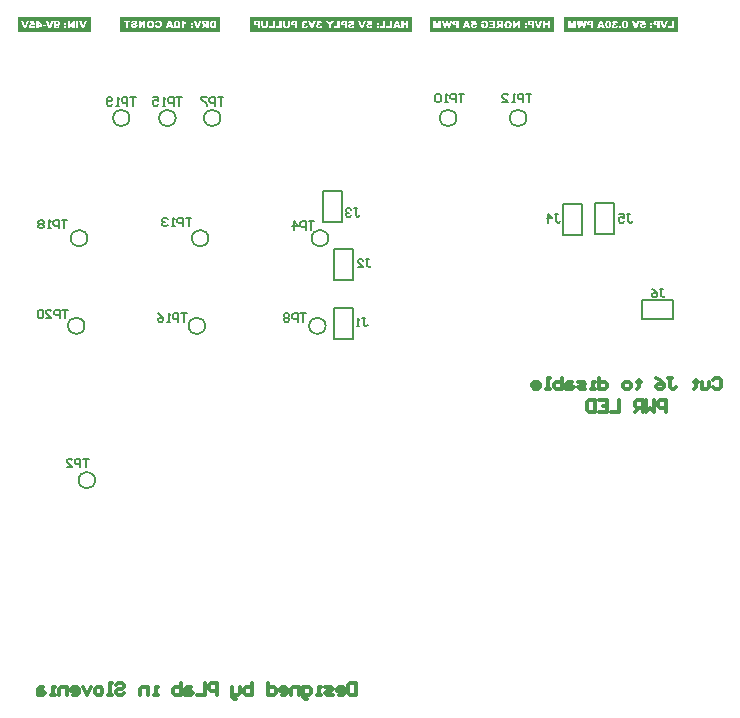
<source format=gbo>
G04*
G04 #@! TF.GenerationSoftware,Altium Limited,Altium Designer,24.1.2 (44)*
G04*
G04 Layer_Color=32896*
%FSLAX44Y44*%
%MOMM*%
G71*
G04*
G04 #@! TF.SameCoordinates,C2358ADC-4AF9-434A-8588-A0F146304F54*
G04*
G04*
G04 #@! TF.FilePolarity,Positive*
G04*
G01*
G75*
%ADD11C,0.2000*%
%ADD15C,0.1500*%
%ADD16C,0.3000*%
%ADD20C,0.1600*%
G36*
X36000Y18000D02*
X-100883D01*
Y30290D01*
X36000D01*
Y18000D01*
D02*
G37*
G36*
X-126500Y30540D02*
Y18250D01*
X-211021D01*
Y30540D01*
X-126500D01*
D02*
G37*
G36*
X-236000Y18000D02*
X-297757D01*
Y30298D01*
X-236000D01*
Y18000D01*
D02*
G37*
G36*
X156000D02*
X51017D01*
Y30290D01*
X156000D01*
Y18000D01*
D02*
G37*
G36*
X261000D02*
X164981D01*
Y30298D01*
X261000D01*
Y18000D01*
D02*
G37*
%LPC*%
G36*
X-42389Y27290D02*
X-42506D01*
X-42589Y27282D01*
X-42681Y27273D01*
X-42797Y27265D01*
X-42922Y27257D01*
X-43056Y27232D01*
X-43339Y27182D01*
X-43630Y27098D01*
X-43764Y27048D01*
X-43897Y26990D01*
X-44014Y26923D01*
X-44122Y26840D01*
X-44130Y26832D01*
X-44147Y26823D01*
X-44172Y26799D01*
X-44205Y26765D01*
X-44247Y26715D01*
X-44289Y26665D01*
X-44338Y26607D01*
X-44388Y26540D01*
X-44489Y26374D01*
X-44572Y26190D01*
X-44605Y26082D01*
X-44630Y25974D01*
X-44647Y25857D01*
X-44655Y25732D01*
Y25724D01*
Y25715D01*
Y25665D01*
X-44647Y25590D01*
X-44630Y25491D01*
X-44605Y25382D01*
X-44563Y25266D01*
X-44514Y25141D01*
X-44439Y25016D01*
X-44430Y24999D01*
X-44397Y24966D01*
X-44347Y24899D01*
X-44272Y24824D01*
X-44180Y24741D01*
X-44072Y24649D01*
X-43939Y24549D01*
X-43780Y24457D01*
X-43797D01*
X-43839Y24441D01*
X-43905Y24424D01*
X-43980Y24399D01*
X-44064Y24374D01*
X-44155Y24341D01*
X-44247Y24299D01*
X-44322Y24258D01*
X-44338Y24249D01*
X-44372Y24224D01*
X-44422Y24183D01*
X-44497Y24124D01*
X-44572Y24049D01*
X-44647Y23966D01*
X-44722Y23866D01*
X-44788Y23758D01*
X-44797Y23741D01*
X-44813Y23708D01*
X-44847Y23641D01*
X-44880Y23558D01*
X-44905Y23449D01*
X-44938Y23324D01*
X-44955Y23183D01*
X-44963Y23033D01*
Y22941D01*
X-44955Y22891D01*
X-44947Y22841D01*
X-44930Y22708D01*
X-44897Y22550D01*
X-44847Y22375D01*
X-44772Y22191D01*
X-44680Y22008D01*
Y22000D01*
X-44663Y21983D01*
X-44655Y21958D01*
X-44630Y21925D01*
X-44563Y21841D01*
X-44480Y21733D01*
X-44363Y21616D01*
X-44230Y21491D01*
X-44064Y21367D01*
X-43880Y21258D01*
X-43872D01*
X-43855Y21250D01*
X-43830Y21233D01*
X-43789Y21217D01*
X-43730Y21200D01*
X-43672Y21175D01*
X-43597Y21150D01*
X-43514Y21133D01*
X-43422Y21108D01*
X-43314Y21083D01*
X-43197Y21058D01*
X-43081Y21042D01*
X-42947Y21025D01*
X-42806Y21008D01*
X-42506Y21000D01*
X-44963D01*
D01*
X-39931D01*
X-42372D01*
X-42297Y21008D01*
X-42214D01*
X-42131Y21017D01*
X-42031Y21025D01*
X-41823Y21050D01*
X-41598Y21083D01*
X-41381Y21125D01*
X-41189Y21192D01*
X-41181D01*
X-41173Y21200D01*
X-41148Y21208D01*
X-41114Y21225D01*
X-41023Y21275D01*
X-40914Y21333D01*
X-40789Y21416D01*
X-40656Y21508D01*
X-40523Y21625D01*
X-40398Y21758D01*
Y21766D01*
X-40381Y21775D01*
X-40364Y21800D01*
X-40348Y21825D01*
X-40290Y21908D01*
X-40223Y22025D01*
X-40148Y22158D01*
X-40073Y22325D01*
X-39998Y22508D01*
X-39931Y22708D01*
X-41623Y22933D01*
Y22924D01*
X-41631Y22908D01*
Y22883D01*
X-41639Y22850D01*
X-41664Y22758D01*
X-41698Y22658D01*
X-41739Y22533D01*
X-41797Y22416D01*
X-41856Y22316D01*
X-41931Y22225D01*
X-41939Y22216D01*
X-41972Y22191D01*
X-42014Y22166D01*
X-42072Y22133D01*
X-42156Y22091D01*
X-42247Y22066D01*
X-42347Y22041D01*
X-42464Y22033D01*
X-42522D01*
X-42581Y22050D01*
X-42664Y22066D01*
X-42756Y22091D01*
X-42847Y22133D01*
X-42939Y22191D01*
X-43031Y22275D01*
X-43039Y22283D01*
X-43064Y22325D01*
X-43106Y22375D01*
X-43147Y22450D01*
X-43189Y22550D01*
X-43231Y22658D01*
X-43256Y22791D01*
X-43264Y22941D01*
Y22950D01*
Y22958D01*
Y23008D01*
X-43256Y23091D01*
X-43239Y23183D01*
X-43205Y23291D01*
X-43172Y23399D01*
X-43114Y23508D01*
X-43039Y23599D01*
X-43031Y23608D01*
X-42997Y23633D01*
X-42947Y23674D01*
X-42881Y23716D01*
X-42797Y23758D01*
X-42697Y23799D01*
X-42581Y23824D01*
X-42447Y23833D01*
X-42414D01*
X-42364Y23824D01*
X-42306D01*
X-42231Y23808D01*
X-42131Y23791D01*
X-42031Y23766D01*
X-41906Y23733D01*
X-41989Y24941D01*
X-42014D01*
X-42039Y24932D01*
X-42072D01*
X-42139Y24924D01*
X-42264D01*
X-42322Y24932D01*
X-42397Y24949D01*
X-42489Y24974D01*
X-42581Y25016D01*
X-42672Y25066D01*
X-42764Y25132D01*
X-42772Y25141D01*
X-42797Y25166D01*
X-42839Y25215D01*
X-42881Y25274D01*
X-42914Y25349D01*
X-42955Y25432D01*
X-42980Y25524D01*
X-42989Y25632D01*
Y25640D01*
Y25682D01*
X-42980Y25732D01*
X-42972Y25790D01*
X-42947Y25857D01*
X-42922Y25932D01*
X-42881Y26007D01*
X-42822Y26074D01*
X-42814Y26082D01*
X-42789Y26099D01*
X-42756Y26124D01*
X-42706Y26157D01*
X-42639Y26190D01*
X-42556Y26215D01*
X-42464Y26232D01*
X-42364Y26240D01*
X-42314D01*
X-42256Y26232D01*
X-42189Y26215D01*
X-42114Y26199D01*
X-42031Y26165D01*
X-41947Y26115D01*
X-41873Y26057D01*
X-41864Y26049D01*
X-41839Y26024D01*
X-41814Y25974D01*
X-41772Y25907D01*
X-41731Y25824D01*
X-41689Y25715D01*
X-41656Y25582D01*
X-41623Y25424D01*
X-40023Y25707D01*
Y25715D01*
X-40031Y25740D01*
X-40048Y25782D01*
X-40065Y25832D01*
X-40081Y25899D01*
X-40115Y25974D01*
X-40190Y26140D01*
X-40290Y26332D01*
X-40423Y26523D01*
X-40589Y26715D01*
X-40681Y26799D01*
X-40781Y26882D01*
X-40789Y26890D01*
X-40806Y26898D01*
X-40839Y26923D01*
X-40889Y26948D01*
X-40948Y26973D01*
X-41014Y27015D01*
X-41098Y27048D01*
X-41198Y27090D01*
X-41306Y27123D01*
X-41423Y27165D01*
X-41556Y27198D01*
X-41706Y27223D01*
X-41856Y27257D01*
X-42022Y27273D01*
X-42197Y27282D01*
X-42389Y27290D01*
D02*
G37*
G36*
X-54678D02*
X-54794D01*
X-54878Y27282D01*
X-54969Y27273D01*
X-55086Y27265D01*
X-55211Y27257D01*
X-55344Y27232D01*
X-55627Y27182D01*
X-55919Y27098D01*
X-56052Y27048D01*
X-56185Y26990D01*
X-56302Y26923D01*
X-56410Y26840D01*
X-56419Y26832D01*
X-56435Y26823D01*
X-56460Y26799D01*
X-56494Y26765D01*
X-56535Y26715D01*
X-56577Y26665D01*
X-56627Y26607D01*
X-56677Y26540D01*
X-56777Y26374D01*
X-56860Y26190D01*
X-56894Y26082D01*
X-56919Y25974D01*
X-56935Y25857D01*
X-56944Y25732D01*
Y25724D01*
Y25715D01*
Y25665D01*
X-56935Y25590D01*
X-56919Y25491D01*
X-56894Y25382D01*
X-56852Y25266D01*
X-56802Y25141D01*
X-56727Y25016D01*
X-56719Y24999D01*
X-56685Y24966D01*
X-56635Y24899D01*
X-56560Y24824D01*
X-56469Y24741D01*
X-56360Y24649D01*
X-56227Y24549D01*
X-56069Y24457D01*
X-56086D01*
X-56127Y24441D01*
X-56194Y24424D01*
X-56269Y24399D01*
X-56352Y24374D01*
X-56444Y24341D01*
X-56535Y24299D01*
X-56610Y24258D01*
X-56627Y24249D01*
X-56660Y24224D01*
X-56710Y24183D01*
X-56785Y24124D01*
X-56860Y24049D01*
X-56935Y23966D01*
X-57010Y23866D01*
X-57077Y23758D01*
X-57085Y23741D01*
X-57102Y23708D01*
X-57135Y23641D01*
X-57169Y23558D01*
X-57194Y23449D01*
X-57227Y23324D01*
X-57243Y23183D01*
X-57252Y23033D01*
Y22941D01*
X-57243Y22891D01*
X-57235Y22841D01*
X-57219Y22708D01*
X-57185Y22550D01*
X-57135Y22375D01*
X-57060Y22191D01*
X-56969Y22008D01*
Y22000D01*
X-56952Y21983D01*
X-56944Y21958D01*
X-56919Y21925D01*
X-56852Y21841D01*
X-56769Y21733D01*
X-56652Y21616D01*
X-56519Y21491D01*
X-56352Y21367D01*
X-56169Y21258D01*
X-56160D01*
X-56144Y21250D01*
X-56119Y21233D01*
X-56077Y21217D01*
X-56019Y21200D01*
X-55960Y21175D01*
X-55886Y21150D01*
X-55802Y21133D01*
X-55711Y21108D01*
X-55602Y21083D01*
X-55486Y21058D01*
X-55369Y21042D01*
X-55236Y21025D01*
X-55094Y21008D01*
X-54794Y21000D01*
X-57252D01*
D01*
X-52220D01*
X-54661D01*
X-54586Y21008D01*
X-54503D01*
X-54419Y21017D01*
X-54319Y21025D01*
X-54111Y21050D01*
X-53886Y21083D01*
X-53670Y21125D01*
X-53478Y21192D01*
X-53470D01*
X-53461Y21200D01*
X-53436Y21208D01*
X-53403Y21225D01*
X-53311Y21275D01*
X-53203Y21333D01*
X-53078Y21416D01*
X-52945Y21508D01*
X-52811Y21625D01*
X-52686Y21758D01*
Y21766D01*
X-52670Y21775D01*
X-52653Y21800D01*
X-52636Y21825D01*
X-52578Y21908D01*
X-52511Y22025D01*
X-52436Y22158D01*
X-52361Y22325D01*
X-52287Y22508D01*
X-52220Y22708D01*
X-53911Y22933D01*
Y22924D01*
X-53919Y22908D01*
Y22883D01*
X-53928Y22850D01*
X-53953Y22758D01*
X-53986Y22658D01*
X-54028Y22533D01*
X-54086Y22416D01*
X-54144Y22316D01*
X-54219Y22225D01*
X-54228Y22216D01*
X-54261Y22191D01*
X-54303Y22166D01*
X-54361Y22133D01*
X-54444Y22091D01*
X-54536Y22066D01*
X-54636Y22041D01*
X-54752Y22033D01*
X-54811D01*
X-54869Y22050D01*
X-54953Y22066D01*
X-55044Y22091D01*
X-55136Y22133D01*
X-55227Y22191D01*
X-55319Y22275D01*
X-55327Y22283D01*
X-55352Y22325D01*
X-55394Y22375D01*
X-55436Y22450D01*
X-55477Y22550D01*
X-55519Y22658D01*
X-55544Y22791D01*
X-55552Y22941D01*
Y22950D01*
Y22958D01*
Y23008D01*
X-55544Y23091D01*
X-55527Y23183D01*
X-55494Y23291D01*
X-55461Y23399D01*
X-55402Y23508D01*
X-55327Y23599D01*
X-55319Y23608D01*
X-55286Y23633D01*
X-55236Y23674D01*
X-55169Y23716D01*
X-55086Y23758D01*
X-54986Y23799D01*
X-54869Y23824D01*
X-54736Y23833D01*
X-54703D01*
X-54653Y23824D01*
X-54594D01*
X-54519Y23808D01*
X-54419Y23791D01*
X-54319Y23766D01*
X-54194Y23733D01*
X-54278Y24941D01*
X-54303D01*
X-54328Y24932D01*
X-54361D01*
X-54428Y24924D01*
X-54553D01*
X-54611Y24932D01*
X-54686Y24949D01*
X-54777Y24974D01*
X-54869Y25016D01*
X-54961Y25066D01*
X-55052Y25132D01*
X-55061Y25141D01*
X-55086Y25166D01*
X-55127Y25215D01*
X-55169Y25274D01*
X-55202Y25349D01*
X-55244Y25432D01*
X-55269Y25524D01*
X-55277Y25632D01*
Y25640D01*
Y25682D01*
X-55269Y25732D01*
X-55261Y25790D01*
X-55236Y25857D01*
X-55211Y25932D01*
X-55169Y26007D01*
X-55111Y26074D01*
X-55102Y26082D01*
X-55077Y26099D01*
X-55044Y26124D01*
X-54994Y26157D01*
X-54928Y26190D01*
X-54844Y26215D01*
X-54752Y26232D01*
X-54653Y26240D01*
X-54603D01*
X-54544Y26232D01*
X-54478Y26215D01*
X-54403Y26199D01*
X-54319Y26165D01*
X-54236Y26115D01*
X-54161Y26057D01*
X-54153Y26049D01*
X-54128Y26024D01*
X-54103Y25974D01*
X-54061Y25907D01*
X-54019Y25824D01*
X-53978Y25715D01*
X-53944Y25582D01*
X-53911Y25424D01*
X-52312Y25707D01*
Y25715D01*
X-52320Y25740D01*
X-52337Y25782D01*
X-52353Y25832D01*
X-52370Y25899D01*
X-52403Y25974D01*
X-52478Y26140D01*
X-52578Y26332D01*
X-52711Y26523D01*
X-52878Y26715D01*
X-52970Y26799D01*
X-53070Y26882D01*
X-53078Y26890D01*
X-53095Y26898D01*
X-53128Y26923D01*
X-53178Y26948D01*
X-53236Y26973D01*
X-53303Y27015D01*
X-53386Y27048D01*
X-53486Y27090D01*
X-53594Y27123D01*
X-53711Y27165D01*
X-53844Y27198D01*
X-53994Y27223D01*
X-54144Y27257D01*
X-54311Y27273D01*
X-54486Y27282D01*
X-54678Y27290D01*
D02*
G37*
G36*
X-61051Y27190D02*
X-64275D01*
X-64342Y27182D01*
X-64425Y27173D01*
X-64525Y27165D01*
X-64633Y27148D01*
X-64750Y27132D01*
X-64992Y27073D01*
X-65125Y27032D01*
X-65250Y26982D01*
X-65367Y26923D01*
X-65491Y26865D01*
X-65600Y26782D01*
X-65700Y26699D01*
X-65708Y26690D01*
X-65725Y26674D01*
X-65750Y26648D01*
X-65783Y26607D01*
X-65816Y26557D01*
X-65866Y26499D01*
X-65908Y26424D01*
X-65958Y26349D01*
X-66008Y26249D01*
X-66050Y26149D01*
X-66100Y26032D01*
X-66133Y25915D01*
X-66166Y25774D01*
X-66191Y25632D01*
X-66208Y25482D01*
X-66216Y25315D01*
Y25357D01*
Y25315D01*
Y25224D01*
X-66208Y25166D01*
X-66200Y25082D01*
X-66183Y24999D01*
X-66166Y24899D01*
X-66150Y24791D01*
X-66083Y24557D01*
X-66033Y24441D01*
X-65983Y24316D01*
X-65916Y24199D01*
X-65841Y24083D01*
X-65758Y23974D01*
X-65658Y23874D01*
X-65650Y23866D01*
X-65633Y23849D01*
X-65600Y23824D01*
X-65558Y23791D01*
X-65500Y23758D01*
X-65425Y23708D01*
X-65342Y23666D01*
X-65241Y23616D01*
X-65125Y23566D01*
X-65000Y23524D01*
X-64867Y23474D01*
X-64717Y23441D01*
X-64550Y23408D01*
X-64367Y23383D01*
X-64175Y23366D01*
X-63967Y23358D01*
X-62942D01*
Y21100D01*
X-66216D01*
D01*
X-61051D01*
Y27190D01*
D02*
G37*
G36*
X-92718D02*
X-97883D01*
X-95942D01*
X-96009Y27182D01*
X-96092Y27173D01*
X-96192Y27165D01*
X-96300Y27148D01*
X-96417Y27132D01*
X-96658Y27073D01*
X-96792Y27032D01*
X-96917Y26982D01*
X-97033Y26923D01*
X-97158Y26865D01*
X-97267Y26782D01*
X-97367Y26699D01*
X-97375Y26690D01*
X-97392Y26674D01*
X-97417Y26648D01*
X-97450Y26607D01*
X-97483Y26557D01*
X-97533Y26499D01*
X-97575Y26424D01*
X-97625Y26349D01*
X-97675Y26249D01*
X-97717Y26149D01*
X-97767Y26032D01*
X-97800Y25915D01*
X-97833Y25774D01*
X-97858Y25632D01*
X-97875Y25482D01*
X-97883Y25315D01*
Y25374D01*
Y25224D01*
X-97875Y25166D01*
X-97866Y25082D01*
X-97850Y24999D01*
X-97833Y24899D01*
X-97816Y24791D01*
X-97750Y24557D01*
X-97700Y24441D01*
X-97650Y24316D01*
X-97583Y24199D01*
X-97508Y24083D01*
X-97425Y23974D01*
X-97325Y23874D01*
X-97317Y23866D01*
X-97300Y23849D01*
X-97267Y23824D01*
X-97225Y23791D01*
X-97167Y23758D01*
X-97092Y23708D01*
X-97008Y23666D01*
X-96908Y23616D01*
X-96792Y23566D01*
X-96667Y23524D01*
X-96533Y23474D01*
X-96383Y23441D01*
X-96217Y23408D01*
X-96034Y23383D01*
X-95842Y23366D01*
X-95634Y23358D01*
X-94609D01*
Y21100D01*
X-92718D01*
Y27190D01*
D02*
G37*
G36*
X-30184Y27190D02*
X-33496D01*
X-32267D01*
X-33500Y25141D01*
X-34724Y27190D01*
X-36807D01*
X-34441Y23649D01*
Y21100D01*
X-30184D01*
X-32558D01*
Y23649D01*
X-30184Y27190D01*
D02*
G37*
G36*
X33000D02*
X31117D01*
Y25057D01*
X29059D01*
Y27190D01*
X27168D01*
Y21100D01*
X33000D01*
Y27190D01*
D02*
G37*
G36*
X1883D02*
X-2141D01*
Y25840D01*
X592D01*
X733Y24924D01*
X717Y24932D01*
X683Y24949D01*
X625Y24974D01*
X558Y24999D01*
X475Y25032D01*
X375Y25066D01*
X175Y25124D01*
X158D01*
X125Y25132D01*
X75Y25149D01*
X0Y25157D01*
X-83Y25174D01*
X-175Y25182D01*
X-375Y25191D01*
X-466D01*
X-525Y25182D01*
X-608Y25174D01*
X-691Y25157D01*
X-791Y25141D01*
X-908Y25124D01*
X-1141Y25057D01*
X-1266Y25007D01*
X-1391Y24957D01*
X-1508Y24891D01*
X-1633Y24816D01*
X-1749Y24732D01*
X-1858Y24632D01*
X-1866Y24624D01*
X-1883Y24607D01*
X-1908Y24574D01*
X-1949Y24532D01*
X-1991Y24482D01*
X-2041Y24416D01*
X-2091Y24341D01*
X-2149Y24249D01*
X-2199Y24158D01*
X-2249Y24049D01*
X-2299Y23941D01*
X-2341Y23816D01*
X-2383Y23683D01*
X-2408Y23541D01*
X-2424Y23399D01*
X-2433Y23241D01*
Y23183D01*
X-2424Y23141D01*
Y23091D01*
X-2416Y23024D01*
X-2399Y22883D01*
X-2358Y22708D01*
X-2308Y22516D01*
X-2233Y22316D01*
X-2133Y22108D01*
Y22100D01*
X-2116Y22083D01*
X-2099Y22058D01*
X-2083Y22016D01*
X-2016Y21925D01*
X-1916Y21800D01*
X-1799Y21667D01*
X-1658Y21533D01*
X-1491Y21400D01*
X-1300Y21283D01*
X-1291D01*
X-1275Y21275D01*
X-1241Y21258D01*
X-1200Y21242D01*
X-1150Y21217D01*
X-1083Y21192D01*
X-1016Y21167D01*
X-925Y21142D01*
X-833Y21117D01*
X-733Y21092D01*
X-616Y21067D01*
X-491Y21042D01*
X-366Y21025D01*
X-225Y21008D01*
X75Y21000D01*
X-2433D01*
D01*
X2633D01*
X225D01*
X283Y21008D01*
X425Y21017D01*
X592Y21025D01*
X767Y21050D01*
X942Y21075D01*
X1108Y21108D01*
X1116D01*
X1125Y21117D01*
X1150Y21125D01*
X1183Y21133D01*
X1258Y21158D01*
X1358Y21192D01*
X1475Y21242D01*
X1600Y21300D01*
X1725Y21375D01*
X1841Y21450D01*
X1858Y21458D01*
X1891Y21491D01*
X1950Y21533D01*
X2016Y21600D01*
X2091Y21675D01*
X2175Y21758D01*
X2258Y21858D01*
X2333Y21958D01*
X2341Y21975D01*
X2366Y22008D01*
X2400Y22075D01*
X2441Y22158D01*
X2483Y22258D01*
X2533Y22383D01*
X2583Y22525D01*
X2633Y22675D01*
X925Y22866D01*
Y22858D01*
Y22850D01*
X908Y22799D01*
X892Y22724D01*
X867Y22633D01*
X833Y22533D01*
X783Y22425D01*
X717Y22325D01*
X642Y22241D01*
X633Y22233D01*
X600Y22208D01*
X550Y22175D01*
X483Y22141D01*
X408Y22100D01*
X308Y22066D01*
X208Y22041D01*
X92Y22033D01*
X75D01*
X33Y22041D01*
X-33Y22050D01*
X-116Y22066D01*
X-208Y22100D01*
X-308Y22150D01*
X-408Y22208D01*
X-500Y22300D01*
X-508Y22316D01*
X-533Y22350D01*
X-575Y22408D01*
X-616Y22500D01*
X-658Y22608D01*
X-700Y22750D01*
X-725Y22908D01*
X-733Y23091D01*
Y23099D01*
Y23116D01*
Y23141D01*
Y23183D01*
X-725Y23274D01*
X-700Y23391D01*
X-675Y23524D01*
X-633Y23658D01*
X-575Y23774D01*
X-491Y23883D01*
X-483Y23891D01*
X-450Y23924D01*
X-400Y23966D01*
X-325Y24016D01*
X-242Y24058D01*
X-133Y24099D01*
X-8Y24132D01*
X125Y24141D01*
X167D01*
X217Y24132D01*
X275Y24124D01*
X350Y24107D01*
X433Y24091D01*
X517Y24058D01*
X600Y24016D01*
X608D01*
X633Y23999D01*
X667Y23974D01*
X717Y23949D01*
X767Y23899D01*
X833Y23849D01*
X908Y23783D01*
X983Y23699D01*
X2416Y23908D01*
X1883Y27190D01*
D02*
G37*
G36*
X8065Y25507D02*
X6257D01*
Y23474D01*
Y23816D01*
X8065D01*
Y25507D01*
D02*
G37*
G36*
X-2791Y27190D02*
X-4757D01*
X-6123Y22799D01*
X-7473Y27190D01*
X-9389D01*
X-7123Y21100D01*
X-9389D01*
D01*
X-2791D01*
D01*
X-5082D01*
X-2791Y27190D01*
D02*
G37*
G36*
X-45330Y27190D02*
X-47296D01*
X-48662Y22799D01*
X-50012Y27190D01*
X-48319D01*
X-51928D01*
X-49662Y21100D01*
X-47621D01*
X-45330Y27190D01*
D02*
G37*
G36*
X8065Y23474D02*
Y22791D01*
X6257D01*
Y22799D01*
Y21100D01*
X8065D01*
Y23474D01*
D02*
G37*
G36*
X13630Y27190D02*
X11747D01*
Y22600D01*
X8814D01*
D01*
Y21100D01*
X13630D01*
Y27190D01*
D02*
G37*
G36*
X-25127D02*
X-29942D01*
X-27010D01*
Y22600D01*
X-29942D01*
Y22650D01*
Y21100D01*
X-25127D01*
Y27190D01*
D02*
G37*
G36*
X-74289Y27190D02*
X-76172D01*
Y22599D01*
X-79105D01*
Y22600D01*
Y21100D01*
X-74289D01*
Y27190D01*
D02*
G37*
G36*
X-79963D02*
X-81846D01*
Y22599D01*
X-84778D01*
Y22600D01*
Y21100D01*
X-79963D01*
Y27190D01*
D02*
G37*
G36*
X-67199D02*
X-69074D01*
Y23474D01*
Y23466D01*
Y23449D01*
Y23424D01*
X-69082Y23391D01*
X-69090Y23308D01*
X-69107Y23191D01*
X-69141Y23066D01*
X-69191Y22941D01*
X-69257Y22816D01*
X-69349Y22699D01*
X-69365Y22691D01*
X-69399Y22658D01*
X-69465Y22616D01*
X-69549Y22566D01*
X-69657Y22508D01*
X-69790Y22466D01*
X-69940Y22433D01*
X-70115Y22425D01*
X-70165D01*
X-70199Y22433D01*
X-70282Y22441D01*
X-70399Y22458D01*
X-70515Y22491D01*
X-70648Y22541D01*
X-70773Y22608D01*
X-70882Y22699D01*
X-70890Y22716D01*
X-70923Y22750D01*
X-70973Y22816D01*
X-71023Y22899D01*
X-71073Y23008D01*
X-71123Y23141D01*
X-71157Y23299D01*
X-71165Y23474D01*
Y27190D01*
X-73039D01*
Y23466D01*
X-73031Y23416D01*
Y23366D01*
X-73014Y23233D01*
X-72998Y23074D01*
X-72965Y22908D01*
X-72923Y22724D01*
X-72864Y22541D01*
Y22533D01*
X-72856Y22516D01*
X-72848Y22491D01*
X-72831Y22458D01*
X-72790Y22366D01*
X-72740Y22258D01*
X-72665Y22125D01*
X-72573Y21983D01*
X-72465Y21841D01*
X-72340Y21700D01*
X-72323Y21683D01*
X-72281Y21641D01*
X-72206Y21583D01*
X-72115Y21500D01*
X-71998Y21416D01*
X-71873Y21342D01*
X-71732Y21258D01*
X-71582Y21200D01*
X-71573D01*
X-71557Y21192D01*
X-71523Y21183D01*
X-71482Y21167D01*
X-71432Y21150D01*
X-71373Y21133D01*
X-71298Y21117D01*
X-71215Y21100D01*
X-71123Y21083D01*
X-71023Y21067D01*
X-70798Y21033D01*
X-70549Y21008D01*
X-70265Y21000D01*
X-73039D01*
D01*
X-67199D01*
Y27190D01*
D02*
G37*
G36*
X-85636D02*
X-87511D01*
Y23474D01*
Y23466D01*
Y23449D01*
Y23424D01*
X-87519Y23391D01*
X-87528Y23308D01*
X-87544Y23191D01*
X-87577Y23066D01*
X-87627Y22941D01*
X-87694Y22816D01*
X-87786Y22699D01*
X-87802Y22691D01*
X-87836Y22658D01*
X-87902Y22616D01*
X-87986Y22566D01*
X-88094Y22508D01*
X-88227Y22466D01*
X-88377Y22433D01*
X-88552Y22425D01*
X-88602D01*
X-88636Y22433D01*
X-88719Y22441D01*
X-88835Y22458D01*
X-88952Y22491D01*
X-89085Y22541D01*
X-89210Y22608D01*
X-89319Y22699D01*
X-89327Y22716D01*
X-89360Y22750D01*
X-89410Y22816D01*
X-89460Y22899D01*
X-89510Y23008D01*
X-89560Y23141D01*
X-89594Y23299D01*
X-89602Y23474D01*
Y27190D01*
X-91476D01*
Y23466D01*
X-91468Y23416D01*
Y23366D01*
X-91452Y23233D01*
X-91435Y23074D01*
X-91402Y22908D01*
X-91360Y22724D01*
X-91301Y22541D01*
Y22533D01*
X-91293Y22516D01*
X-91285Y22491D01*
X-91268Y22458D01*
X-91227Y22366D01*
X-91177Y22258D01*
X-91102Y22125D01*
X-91010Y21983D01*
X-90902Y21841D01*
X-90777Y21700D01*
X-90760Y21683D01*
X-90718Y21641D01*
X-90643Y21583D01*
X-90552Y21500D01*
X-90435Y21416D01*
X-90310Y21342D01*
X-90169Y21258D01*
X-90019Y21200D01*
X-90010D01*
X-89993Y21192D01*
X-89960Y21183D01*
X-89918Y21167D01*
X-89868Y21150D01*
X-89810Y21133D01*
X-89735Y21117D01*
X-89652Y21100D01*
X-89560Y21083D01*
X-89460Y21067D01*
X-89235Y21033D01*
X-88985Y21008D01*
X-88702Y21000D01*
X-91476D01*
D01*
X-85636D01*
Y27190D01*
D02*
G37*
G36*
X26535Y27190D02*
X22186D01*
X19903Y21100D01*
X21878D01*
X22178Y22108D01*
X24319D01*
X24619Y21100D01*
X26535D01*
X24252Y27190D01*
X26535D01*
D02*
G37*
G36*
X19303D02*
X14488D01*
X17421D01*
Y22600D01*
X14488D01*
Y21100D01*
X19303D01*
Y27190D01*
D02*
G37*
G36*
X-18978D02*
X-24144D01*
X-22202D01*
X-22269Y27182D01*
X-22352Y27173D01*
X-22452Y27165D01*
X-22561Y27148D01*
X-22677Y27132D01*
X-22919Y27073D01*
X-23052Y27032D01*
X-23177Y26982D01*
X-23294Y26923D01*
X-23419Y26865D01*
X-23527Y26782D01*
X-23627Y26699D01*
X-23635Y26690D01*
X-23652Y26674D01*
X-23677Y26648D01*
X-23710Y26607D01*
X-23744Y26557D01*
X-23794Y26499D01*
X-23835Y26424D01*
X-23885Y26349D01*
X-23935Y26249D01*
X-23977Y26149D01*
X-24027Y26032D01*
X-24060Y25915D01*
X-24094Y25774D01*
X-24119Y25632D01*
X-24135Y25482D01*
X-24144Y25315D01*
Y25224D01*
X-24135Y25166D01*
X-24127Y25082D01*
X-24110Y24999D01*
X-24094Y24899D01*
X-24077Y24791D01*
X-24010Y24557D01*
X-23960Y24441D01*
X-23910Y24316D01*
X-23844Y24199D01*
X-23769Y24083D01*
X-23686Y23974D01*
X-23586Y23874D01*
X-23577Y23866D01*
X-23561Y23849D01*
X-23527Y23824D01*
X-23486Y23791D01*
X-23427Y23758D01*
X-23352Y23708D01*
X-23269Y23666D01*
X-23169Y23616D01*
X-23052Y23566D01*
X-22927Y23524D01*
X-22794Y23474D01*
X-22644Y23441D01*
X-22478Y23408D01*
X-22294Y23383D01*
X-22102Y23366D01*
X-21894Y23358D01*
X-20870D01*
Y21100D01*
X-18978D01*
Y27190D01*
D02*
G37*
G36*
X-34491Y21100D02*
X-36807D01*
D01*
X-34491D01*
D02*
G37*
G36*
X-15154Y27290D02*
X-15438D01*
X-15521Y27282D01*
X-15621Y27273D01*
X-15729Y27265D01*
X-15854Y27257D01*
X-15987Y27232D01*
X-16279Y27182D01*
X-16571Y27107D01*
X-16712Y27057D01*
X-16854Y26998D01*
X-16987Y26923D01*
X-17104Y26848D01*
X-17112Y26840D01*
X-17129Y26832D01*
X-17162Y26799D01*
X-17204Y26765D01*
X-17254Y26723D01*
X-17304Y26665D01*
X-17362Y26590D01*
X-17429Y26515D01*
X-17487Y26424D01*
X-17554Y26324D01*
X-17612Y26207D01*
X-17670Y26082D01*
X-17729Y25949D01*
X-17770Y25807D01*
X-17812Y25649D01*
X-17837Y25474D01*
X-16062Y25374D01*
Y25382D01*
Y25391D01*
X-16046Y25440D01*
X-16029Y25515D01*
X-15996Y25599D01*
X-15954Y25699D01*
X-15904Y25799D01*
X-15838Y25890D01*
X-15762Y25965D01*
X-15754Y25974D01*
X-15721Y25999D01*
X-15671Y26024D01*
X-15604Y26065D01*
X-15513Y26099D01*
X-15404Y26124D01*
X-15279Y26149D01*
X-15138Y26157D01*
X-15088D01*
X-15029Y26149D01*
X-14954Y26140D01*
X-14871Y26124D01*
X-14796Y26099D01*
X-14713Y26065D01*
X-14646Y26015D01*
X-14638Y26007D01*
X-14621Y25990D01*
X-14596Y25957D01*
X-14571Y25924D01*
X-14538Y25874D01*
X-14513Y25815D01*
X-14496Y25749D01*
X-14488Y25674D01*
Y25666D01*
Y25649D01*
X-14496Y25624D01*
X-14504Y25591D01*
X-14521Y25549D01*
X-14546Y25507D01*
X-14579Y25457D01*
X-14621Y25415D01*
X-14629Y25407D01*
X-14646Y25399D01*
X-14688Y25374D01*
X-14746Y25340D01*
X-14829Y25307D01*
X-14938Y25274D01*
X-15079Y25232D01*
X-15154Y25207D01*
X-15246Y25191D01*
X-15263D01*
X-15304Y25182D01*
X-15363Y25166D01*
X-15446Y25149D01*
X-15546Y25124D01*
X-15662Y25091D01*
X-15796Y25057D01*
X-15929Y25024D01*
X-16221Y24941D01*
X-16512Y24849D01*
X-16654Y24799D01*
X-16787Y24749D01*
X-16904Y24699D01*
X-17012Y24649D01*
X-17020D01*
X-17037Y24641D01*
X-17062Y24624D01*
X-17096Y24599D01*
X-17196Y24541D01*
X-17312Y24466D01*
X-17437Y24366D01*
X-17562Y24249D01*
X-17687Y24124D01*
X-17787Y23974D01*
Y23966D01*
X-17795Y23958D01*
X-17812Y23933D01*
X-17829Y23908D01*
X-17870Y23824D01*
X-17912Y23716D01*
X-17962Y23583D01*
X-17995Y23433D01*
X-18029Y23266D01*
X-18037Y23083D01*
Y23024D01*
X-18029Y22983D01*
Y22933D01*
X-18020Y22866D01*
X-17995Y22724D01*
X-17962Y22558D01*
X-17904Y22375D01*
X-17820Y22191D01*
X-17712Y22000D01*
Y21991D01*
X-17695Y21975D01*
X-17679Y21950D01*
X-17654Y21916D01*
X-17579Y21833D01*
X-17479Y21725D01*
X-17345Y21600D01*
X-17196Y21475D01*
X-17012Y21358D01*
X-16804Y21250D01*
X-16796D01*
X-16779Y21242D01*
X-16746Y21225D01*
X-16696Y21208D01*
X-16646Y21192D01*
X-16571Y21175D01*
X-16496Y21150D01*
X-16404Y21125D01*
X-16304Y21100D01*
X-16187Y21083D01*
X-16071Y21058D01*
X-15938Y21042D01*
X-15804Y21025D01*
X-15654Y21008D01*
X-15338Y21000D01*
X-12522D01*
X-15188D01*
X-15088Y21008D01*
X-14963Y21017D01*
X-14813Y21033D01*
X-14655Y21050D01*
X-14488Y21075D01*
X-14313Y21108D01*
X-14130Y21142D01*
X-13955Y21192D01*
X-13780Y21250D01*
X-13613Y21317D01*
X-13455Y21400D01*
X-13313Y21491D01*
X-13188Y21591D01*
X-13180Y21600D01*
X-13163Y21616D01*
X-13130Y21650D01*
X-13096Y21700D01*
X-13046Y21758D01*
X-12996Y21833D01*
X-12938Y21916D01*
X-12880Y22008D01*
X-12822Y22116D01*
X-12763Y22225D01*
X-12713Y22350D01*
X-12655Y22491D01*
X-12613Y22633D01*
X-12572Y22783D01*
X-12538Y22950D01*
X-12522Y23116D01*
X-14313Y23233D01*
Y23224D01*
Y23216D01*
X-14321Y23191D01*
Y23158D01*
X-14338Y23083D01*
X-14363Y22983D01*
X-14396Y22875D01*
X-14430Y22766D01*
X-14488Y22658D01*
X-14546Y22566D01*
X-14563Y22550D01*
X-14605Y22508D01*
X-14663Y22450D01*
X-14763Y22383D01*
X-14879Y22316D01*
X-15021Y22258D01*
X-15179Y22216D01*
X-15271Y22208D01*
X-15371Y22200D01*
X-15438D01*
X-15513Y22208D01*
X-15596Y22225D01*
X-15696Y22241D01*
X-15804Y22275D01*
X-15896Y22325D01*
X-15987Y22383D01*
X-15996Y22391D01*
X-16021Y22416D01*
X-16062Y22458D01*
X-16104Y22508D01*
X-16137Y22575D01*
X-16179Y22650D01*
X-16204Y22733D01*
X-16212Y22824D01*
Y22833D01*
Y22866D01*
X-16204Y22908D01*
X-16187Y22966D01*
X-16162Y23033D01*
X-16121Y23099D01*
X-16071Y23174D01*
X-16004Y23241D01*
X-15996Y23249D01*
X-15963Y23274D01*
X-15896Y23308D01*
X-15854Y23333D01*
X-15804Y23358D01*
X-15746Y23383D01*
X-15679Y23416D01*
X-15596Y23441D01*
X-15513Y23474D01*
X-15413Y23508D01*
X-15296Y23533D01*
X-15171Y23566D01*
X-15038Y23599D01*
X-15021D01*
X-14988Y23616D01*
X-14921Y23624D01*
X-14838Y23649D01*
X-14738Y23674D01*
X-14621Y23708D01*
X-14488Y23749D01*
X-14354Y23791D01*
X-14063Y23899D01*
X-13771Y24024D01*
X-13630Y24091D01*
X-13505Y24166D01*
X-13380Y24249D01*
X-13271Y24332D01*
X-13263Y24341D01*
X-13247Y24358D01*
X-13221Y24383D01*
X-13188Y24416D01*
X-13147Y24457D01*
X-13105Y24516D01*
X-13055Y24582D01*
X-13013Y24649D01*
X-12963Y24732D01*
X-12913Y24824D01*
X-12830Y25024D01*
X-12797Y25132D01*
X-12772Y25249D01*
X-12755Y25374D01*
X-12747Y25507D01*
Y25515D01*
Y25532D01*
Y25557D01*
X-12755Y25591D01*
X-12763Y25674D01*
X-12780Y25790D01*
X-12813Y25932D01*
X-12863Y26074D01*
X-12922Y26232D01*
X-13013Y26390D01*
Y26399D01*
X-13030Y26407D01*
X-13063Y26457D01*
X-13130Y26532D01*
X-13221Y26632D01*
X-13330Y26732D01*
X-13471Y26840D01*
X-13638Y26948D01*
X-13830Y27048D01*
X-13838D01*
X-13855Y27057D01*
X-13888Y27073D01*
X-13930Y27090D01*
X-13988Y27107D01*
X-14055Y27123D01*
X-14130Y27148D01*
X-14221Y27173D01*
X-14321Y27190D01*
X-14438Y27215D01*
X-14563Y27232D01*
X-14696Y27257D01*
X-14838Y27265D01*
X-14996Y27282D01*
X-15154Y27290D01*
D02*
G37*
%LPD*%
G36*
X-62942Y24591D02*
X-63492D01*
X-63584Y24599D01*
X-63700Y24616D01*
X-63825Y24632D01*
X-63950Y24666D01*
X-64067Y24716D01*
X-64158Y24774D01*
X-64167Y24782D01*
X-64192Y24807D01*
X-64233Y24849D01*
X-64275Y24907D01*
X-64308Y24974D01*
X-64350Y25057D01*
X-64375Y25149D01*
X-64383Y25257D01*
Y25274D01*
Y25307D01*
X-64375Y25357D01*
X-64358Y25432D01*
X-64333Y25507D01*
X-64300Y25590D01*
X-64258Y25674D01*
X-64192Y25749D01*
X-64183Y25757D01*
X-64150Y25782D01*
X-64100Y25815D01*
X-64033Y25849D01*
X-63934Y25882D01*
X-63808Y25915D01*
X-63659Y25940D01*
X-63475Y25949D01*
X-62942D01*
Y24591D01*
D02*
G37*
G36*
X-94609D02*
X-95159D01*
X-95251Y24599D01*
X-95367Y24616D01*
X-95492Y24632D01*
X-95617Y24666D01*
X-95734Y24716D01*
X-95825Y24774D01*
X-95834Y24782D01*
X-95859Y24807D01*
X-95900Y24849D01*
X-95942Y24907D01*
X-95975Y24974D01*
X-96017Y25057D01*
X-96042Y25149D01*
X-96050Y25257D01*
Y25274D01*
Y25307D01*
X-96042Y25357D01*
X-96025Y25432D01*
X-96000Y25507D01*
X-95967Y25590D01*
X-95925Y25674D01*
X-95859Y25749D01*
X-95850Y25757D01*
X-95817Y25782D01*
X-95767Y25815D01*
X-95700Y25849D01*
X-95600Y25882D01*
X-95475Y25915D01*
X-95325Y25940D01*
X-95142Y25949D01*
X-94609D01*
Y24591D01*
D02*
G37*
G36*
X31117Y21100D02*
X29059D01*
Y23566D01*
X31117D01*
Y21100D01*
D02*
G37*
G36*
X-67199Y21000D02*
X-70099D01*
X-69982Y21008D01*
X-69832Y21017D01*
X-69674Y21025D01*
X-69490Y21042D01*
X-69299Y21058D01*
X-69274D01*
X-69249Y21067D01*
X-69215D01*
X-69116Y21083D01*
X-68991Y21108D01*
X-68849Y21142D01*
X-68707Y21183D01*
X-68557Y21233D01*
X-68416Y21300D01*
X-68399Y21308D01*
X-68357Y21333D01*
X-68291Y21375D01*
X-68207Y21442D01*
X-68107Y21516D01*
X-67991Y21600D01*
X-67882Y21708D01*
X-67766Y21825D01*
X-67758Y21841D01*
X-67716Y21883D01*
X-67666Y21950D01*
X-67608Y22041D01*
X-67541Y22150D01*
X-67474Y22266D01*
X-67416Y22400D01*
X-67366Y22533D01*
Y22541D01*
X-67358Y22558D01*
X-67349Y22591D01*
X-67341Y22633D01*
X-67324Y22683D01*
X-67316Y22741D01*
X-67283Y22875D01*
X-67249Y23033D01*
X-67224Y23208D01*
X-67208Y23383D01*
X-67199Y23558D01*
Y21000D01*
D02*
G37*
G36*
X-85636D02*
X-88535D01*
X-88419Y21008D01*
X-88269Y21017D01*
X-88111Y21025D01*
X-87927Y21042D01*
X-87736Y21058D01*
X-87711D01*
X-87686Y21067D01*
X-87652D01*
X-87552Y21083D01*
X-87428Y21108D01*
X-87286Y21142D01*
X-87144Y21183D01*
X-86994Y21233D01*
X-86853Y21300D01*
X-86836Y21308D01*
X-86794Y21333D01*
X-86728Y21375D01*
X-86644Y21442D01*
X-86544Y21516D01*
X-86428Y21600D01*
X-86319Y21708D01*
X-86203Y21825D01*
X-86194Y21841D01*
X-86153Y21883D01*
X-86103Y21950D01*
X-86045Y22041D01*
X-85978Y22150D01*
X-85911Y22266D01*
X-85853Y22400D01*
X-85803Y22533D01*
Y22541D01*
X-85795Y22558D01*
X-85786Y22591D01*
X-85778Y22633D01*
X-85761Y22683D01*
X-85753Y22741D01*
X-85720Y22875D01*
X-85686Y23033D01*
X-85661Y23208D01*
X-85645Y23383D01*
X-85636Y23558D01*
Y21000D01*
D02*
G37*
G36*
X23911Y23424D02*
X22569D01*
X23244Y25607D01*
X23911Y23424D01*
D02*
G37*
G36*
X-20870Y24591D02*
X-21419D01*
X-21511Y24599D01*
X-21628Y24616D01*
X-21753Y24632D01*
X-21878Y24666D01*
X-21994Y24716D01*
X-22086Y24774D01*
X-22094Y24782D01*
X-22119Y24807D01*
X-22161Y24849D01*
X-22202Y24907D01*
X-22236Y24974D01*
X-22278Y25057D01*
X-22302Y25149D01*
X-22311Y25257D01*
Y25274D01*
Y25307D01*
X-22302Y25357D01*
X-22286Y25432D01*
X-22261Y25507D01*
X-22227Y25591D01*
X-22186Y25674D01*
X-22119Y25749D01*
X-22111Y25757D01*
X-22078Y25782D01*
X-22028Y25815D01*
X-21961Y25849D01*
X-21861Y25882D01*
X-21736Y25915D01*
X-21586Y25940D01*
X-21403Y25949D01*
X-20870D01*
Y24591D01*
D02*
G37*
%LPC*%
G36*
X-155068Y27540D02*
X-158551D01*
Y21350D01*
X-156843D01*
Y25399D01*
X-156835D01*
X-156826Y25382D01*
X-156801Y25366D01*
X-156768Y25349D01*
X-156693Y25291D01*
X-156585Y25224D01*
X-156460Y25141D01*
X-156327Y25057D01*
X-156185Y24974D01*
X-156035Y24891D01*
X-156026D01*
X-156018Y24882D01*
X-155993Y24874D01*
X-155968Y24857D01*
X-155885Y24824D01*
X-155768Y24774D01*
X-155627Y24716D01*
X-155468Y24657D01*
X-155277Y24591D01*
X-155068Y24524D01*
Y25916D01*
Y25907D01*
X-155077D01*
X-155110Y25924D01*
X-155152Y25932D01*
X-155210Y25957D01*
X-155285Y25982D01*
X-155368Y26015D01*
X-155460Y26049D01*
X-155560Y26090D01*
X-155768Y26190D01*
X-155993Y26307D01*
X-156210Y26432D01*
X-156310Y26499D01*
X-156401Y26574D01*
X-156410Y26582D01*
X-156426Y26590D01*
X-156451Y26615D01*
X-156476Y26640D01*
X-156568Y26732D01*
X-156676Y26840D01*
X-156793Y26982D01*
X-156918Y27148D01*
X-157043Y27332D01*
X-157151Y27540D01*
X-155068D01*
D02*
G37*
G36*
X-182170D02*
Y24457D01*
X-182178Y24532D01*
X-182187Y24632D01*
X-182195Y24757D01*
X-182211Y24907D01*
X-182236Y25066D01*
X-182270Y25241D01*
X-182320Y25416D01*
X-182370Y25607D01*
X-182436Y25799D01*
X-182520Y25990D01*
X-182611Y26182D01*
X-182720Y26365D01*
X-182853Y26540D01*
X-182995Y26707D01*
X-183003Y26715D01*
X-183036Y26740D01*
X-183078Y26782D01*
X-183145Y26840D01*
X-183236Y26899D01*
X-183336Y26974D01*
X-183461Y27048D01*
X-183594Y27123D01*
X-183753Y27199D01*
X-183928Y27273D01*
X-184119Y27348D01*
X-184328Y27407D01*
X-184544Y27465D01*
X-184786Y27507D01*
X-185044Y27532D01*
X-185311Y27540D01*
X-188485D01*
X-185377D01*
X-185461Y27532D01*
X-185561D01*
X-185686Y27515D01*
X-185836Y27498D01*
X-186002Y27473D01*
X-186177Y27440D01*
X-186360Y27398D01*
X-186552Y27340D01*
X-186752Y27273D01*
X-186944Y27199D01*
X-187135Y27099D01*
X-187318Y26990D01*
X-187502Y26865D01*
X-187660Y26724D01*
X-187668Y26715D01*
X-187693Y26682D01*
X-187735Y26640D01*
X-187793Y26574D01*
X-187852Y26490D01*
X-187918Y26390D01*
X-187993Y26265D01*
X-188077Y26132D01*
X-188152Y25974D01*
X-188227Y25807D01*
X-188293Y25615D01*
X-188360Y25416D01*
X-188410Y25191D01*
X-188452Y24957D01*
X-188477Y24699D01*
X-188485Y24432D01*
Y24474D01*
Y24332D01*
X-188477Y24258D01*
Y24166D01*
X-188468Y24058D01*
X-188452Y23941D01*
X-188443Y23816D01*
X-188393Y23541D01*
X-188327Y23241D01*
X-188243Y22958D01*
X-188185Y22816D01*
X-188118Y22683D01*
Y22675D01*
X-188102Y22650D01*
X-188085Y22616D01*
X-188052Y22575D01*
X-188018Y22516D01*
X-187968Y22450D01*
X-187852Y22300D01*
X-187710Y22125D01*
X-187527Y21950D01*
X-187318Y21783D01*
X-187077Y21625D01*
X-187069D01*
X-187044Y21608D01*
X-187010Y21592D01*
X-186952Y21567D01*
X-186894Y21542D01*
X-186810Y21508D01*
X-186719Y21475D01*
X-186610Y21442D01*
X-186494Y21400D01*
X-186369Y21367D01*
X-186227Y21333D01*
X-186077Y21308D01*
X-185919Y21283D01*
X-185752Y21267D01*
X-185569Y21258D01*
X-185386Y21250D01*
X-188485D01*
X-182170D01*
Y27540D01*
D02*
G37*
G36*
X-160392D02*
X-165366D01*
D01*
X-163016D01*
X-163075Y27532D01*
X-163133D01*
X-163275Y27523D01*
X-163433Y27498D01*
X-163600Y27473D01*
X-163766Y27432D01*
X-163925Y27382D01*
X-163933D01*
X-163941Y27373D01*
X-163991Y27357D01*
X-164058Y27323D01*
X-164149Y27273D01*
X-164249Y27223D01*
X-164358Y27157D01*
X-164466Y27074D01*
X-164566Y26990D01*
X-164574Y26982D01*
X-164608Y26948D01*
X-164649Y26899D01*
X-164708Y26840D01*
X-164774Y26757D01*
X-164841Y26674D01*
X-164899Y26582D01*
X-164958Y26482D01*
X-164966Y26474D01*
X-164983Y26432D01*
X-165008Y26382D01*
X-165041Y26307D01*
X-165083Y26215D01*
X-165116Y26107D01*
X-165158Y25990D01*
X-165191Y25857D01*
Y25849D01*
X-165199Y25824D01*
X-165208Y25791D01*
X-165216Y25740D01*
X-165233Y25674D01*
X-165249Y25599D01*
X-165266Y25516D01*
X-165282Y25424D01*
X-165291Y25324D01*
X-165308Y25207D01*
X-165341Y24966D01*
X-165357Y24707D01*
X-165366Y24432D01*
Y24483D01*
Y21250D01*
Y24274D01*
X-165357Y24166D01*
X-165349Y24024D01*
X-165333Y23874D01*
X-165316Y23699D01*
X-165299Y23516D01*
X-165266Y23316D01*
X-165224Y23116D01*
X-165182Y22916D01*
X-165124Y22716D01*
X-165066Y22525D01*
X-164983Y22341D01*
X-164899Y22166D01*
X-164799Y22016D01*
X-164791Y22008D01*
X-164774Y21983D01*
X-164741Y21950D01*
X-164691Y21900D01*
X-164624Y21841D01*
X-164549Y21775D01*
X-164458Y21708D01*
X-164349Y21633D01*
X-164224Y21558D01*
X-164083Y21492D01*
X-163925Y21425D01*
X-163750Y21367D01*
X-163558Y21325D01*
X-163350Y21283D01*
X-163125Y21258D01*
X-162875Y21250D01*
X-162750D01*
X-162683Y21258D01*
X-162608Y21267D01*
X-162516D01*
X-162425Y21283D01*
X-162233Y21308D01*
X-162025Y21350D01*
X-161817Y21408D01*
X-161625Y21492D01*
X-161617D01*
X-161608Y21500D01*
X-161583Y21517D01*
X-161550Y21533D01*
X-161458Y21592D01*
X-161350Y21675D01*
X-161234Y21775D01*
X-161100Y21900D01*
X-160975Y22041D01*
X-160850Y22208D01*
X-160842Y22225D01*
X-160817Y22266D01*
X-160775Y22341D01*
X-160725Y22450D01*
X-160675Y22575D01*
X-160617Y22733D01*
X-160559Y22916D01*
X-160509Y23124D01*
Y23133D01*
X-160500Y23149D01*
Y23183D01*
X-160492Y23224D01*
X-160484Y23283D01*
X-160475Y23349D01*
X-160459Y23424D01*
X-160450Y23508D01*
X-160425Y23699D01*
X-160409Y23916D01*
X-160400Y24158D01*
X-160392Y24416D01*
Y21492D01*
Y24491D01*
X-160400Y24583D01*
Y24699D01*
X-160409Y24841D01*
X-160425Y24999D01*
X-160442Y25182D01*
X-160467Y25366D01*
X-160500Y25566D01*
X-160542Y25766D01*
X-160592Y25974D01*
X-160659Y26174D01*
X-160725Y26357D01*
X-160809Y26540D01*
X-160909Y26699D01*
X-161017Y26840D01*
X-161025Y26849D01*
X-161050Y26874D01*
X-161084Y26907D01*
X-161134Y26948D01*
X-161200Y27007D01*
X-161283Y27065D01*
X-161375Y27123D01*
X-161492Y27190D01*
X-161617Y27257D01*
X-161758Y27315D01*
X-161908Y27382D01*
X-162083Y27432D01*
X-162267Y27473D01*
X-162467Y27507D01*
X-162683Y27532D01*
X-162916Y27540D01*
X-160392D01*
D01*
D02*
G37*
G36*
X-129500Y27440D02*
X-135099D01*
D01*
X-132424D01*
X-132499Y27432D01*
X-132583D01*
X-132666Y27423D01*
X-132766Y27415D01*
X-132982Y27382D01*
X-133199Y27348D01*
X-133424Y27290D01*
X-133624Y27215D01*
X-133632D01*
X-133649Y27207D01*
X-133674Y27190D01*
X-133707Y27174D01*
X-133799Y27123D01*
X-133924Y27048D01*
X-134049Y26957D01*
X-134191Y26849D01*
X-134332Y26715D01*
X-134465Y26565D01*
Y26557D01*
X-134482Y26549D01*
X-134499Y26524D01*
X-134524Y26490D01*
X-134582Y26407D01*
X-134649Y26290D01*
X-134732Y26140D01*
X-134807Y25982D01*
X-134882Y25791D01*
X-134949Y25591D01*
Y25582D01*
X-134957Y25566D01*
X-134965Y25532D01*
X-134974Y25491D01*
X-134982Y25441D01*
X-134999Y25382D01*
X-135007Y25316D01*
X-135024Y25232D01*
X-135049Y25057D01*
X-135074Y24857D01*
X-135090Y24641D01*
X-135099Y24416D01*
D01*
Y21350D01*
Y24258D01*
X-135090Y24174D01*
Y24074D01*
X-135082Y23974D01*
X-135074Y23858D01*
X-135040Y23608D01*
X-135007Y23358D01*
X-134949Y23116D01*
X-134915Y22999D01*
X-134874Y22891D01*
Y22883D01*
X-134865Y22866D01*
X-134849Y22841D01*
X-134832Y22800D01*
X-134807Y22758D01*
X-134782Y22700D01*
X-134715Y22583D01*
X-134624Y22441D01*
X-134515Y22283D01*
X-134399Y22133D01*
X-134257Y21992D01*
X-134249D01*
X-134240Y21975D01*
X-134191Y21933D01*
X-134107Y21875D01*
X-134007Y21800D01*
X-133874Y21716D01*
X-133732Y21633D01*
X-133574Y21567D01*
X-133407Y21508D01*
X-133399D01*
X-133382Y21500D01*
X-133349Y21492D01*
X-133307Y21483D01*
X-133249Y21475D01*
X-133182Y21458D01*
X-133041Y21433D01*
X-132866Y21400D01*
X-132674Y21375D01*
X-132483Y21358D01*
X-132291Y21350D01*
X-129500D01*
Y27440D01*
D02*
G37*
G36*
X-189510D02*
X-191259D01*
X-193567Y24058D01*
Y27440D01*
X-195341D01*
Y21350D01*
X-189510D01*
Y27440D01*
D02*
G37*
G36*
X-202306Y27440D02*
X-208022D01*
Y25940D01*
X-206105D01*
Y21350D01*
X-208022D01*
X-204223D01*
Y25940D01*
X-202306D01*
Y21492D01*
Y27440D01*
D02*
G37*
G36*
X-178646Y27540D02*
X-178754D01*
X-178837Y27532D01*
X-178929Y27523D01*
X-179046Y27515D01*
X-179171Y27498D01*
X-179304Y27482D01*
X-179596Y27423D01*
X-179895Y27340D01*
X-180045Y27290D01*
X-180187Y27232D01*
X-180329Y27157D01*
X-180454Y27074D01*
X-180462Y27065D01*
X-180487Y27048D01*
X-180520Y27023D01*
X-180562Y26982D01*
X-180620Y26940D01*
X-180679Y26874D01*
X-180745Y26807D01*
X-180820Y26724D01*
X-180903Y26624D01*
X-180987Y26515D01*
X-181062Y26399D01*
X-181145Y26274D01*
X-181228Y26132D01*
X-181303Y25982D01*
X-181370Y25815D01*
X-181437Y25640D01*
X-179779Y25274D01*
Y25282D01*
X-179762Y25316D01*
X-179746Y25366D01*
X-179720Y25432D01*
X-179662Y25566D01*
X-179629Y25624D01*
X-179596Y25682D01*
X-179587Y25691D01*
X-179571Y25715D01*
X-179537Y25757D01*
X-179487Y25807D01*
X-179429Y25857D01*
X-179362Y25916D01*
X-179287Y25965D01*
X-179204Y26015D01*
X-179196Y26024D01*
X-179162Y26032D01*
X-179121Y26049D01*
X-179054Y26074D01*
X-178979Y26099D01*
X-178896Y26115D01*
X-178796Y26124D01*
X-178696Y26132D01*
X-178637D01*
X-178587Y26124D01*
X-178537Y26115D01*
X-178479Y26107D01*
X-178329Y26065D01*
X-178171Y26007D01*
X-178096Y25965D01*
X-178013Y25916D01*
X-177929Y25857D01*
X-177854Y25782D01*
X-177779Y25707D01*
X-177713Y25615D01*
Y25607D01*
X-177704Y25599D01*
X-177688Y25574D01*
X-177671Y25541D01*
X-177654Y25499D01*
X-177629Y25449D01*
X-177604Y25391D01*
X-177588Y25324D01*
X-177563Y25241D01*
X-177538Y25157D01*
X-177513Y25057D01*
X-177496Y24949D01*
X-177479Y24832D01*
X-177463Y24699D01*
X-177454Y24566D01*
Y24416D01*
Y24407D01*
Y24374D01*
Y24324D01*
X-177463Y24249D01*
Y24174D01*
X-177471Y24074D01*
X-177479Y23974D01*
X-177496Y23866D01*
X-177529Y23633D01*
X-177579Y23408D01*
X-177613Y23300D01*
X-177654Y23200D01*
X-177704Y23108D01*
X-177754Y23033D01*
X-177771Y23016D01*
X-177813Y22975D01*
X-177879Y22916D01*
X-177979Y22850D01*
X-178104Y22783D01*
X-178254Y22725D01*
X-178421Y22683D01*
X-178521Y22675D01*
X-178621Y22666D01*
X-178671D01*
X-178712Y22675D01*
X-178804Y22683D01*
X-178929Y22708D01*
X-179062Y22741D01*
X-179196Y22791D01*
X-179321Y22866D01*
X-179437Y22966D01*
X-179454Y22983D01*
X-179487Y23024D01*
X-179537Y23091D01*
X-179596Y23191D01*
X-179662Y23316D01*
X-179729Y23466D01*
X-179795Y23641D01*
X-179845Y23849D01*
X-181495Y23349D01*
Y23341D01*
X-181487Y23316D01*
X-181478Y23283D01*
X-181462Y23233D01*
X-181445Y23175D01*
X-181420Y23108D01*
X-181370Y22941D01*
X-181295Y22758D01*
X-181203Y22566D01*
X-181095Y22366D01*
X-180970Y22183D01*
Y22175D01*
X-180954Y22166D01*
X-180937Y22141D01*
X-180903Y22108D01*
X-180828Y22025D01*
X-180728Y21925D01*
X-180595Y21808D01*
X-180445Y21692D01*
X-180270Y21583D01*
X-180079Y21483D01*
X-180070D01*
X-180054Y21475D01*
X-180029Y21458D01*
X-179987Y21450D01*
X-179929Y21433D01*
X-179870Y21408D01*
X-179795Y21392D01*
X-179712Y21367D01*
X-179620Y21342D01*
X-179520Y21325D01*
X-179404Y21308D01*
X-179287Y21283D01*
X-179162Y21275D01*
X-179021Y21258D01*
X-178729Y21250D01*
X-181495D01*
D01*
X-175571D01*
Y21475D01*
Y21250D01*
X-178637D01*
X-178562Y21258D01*
X-178479D01*
X-178379Y21267D01*
X-178271Y21275D01*
X-178154Y21283D01*
X-177896Y21317D01*
X-177629Y21367D01*
X-177354Y21442D01*
X-177229Y21483D01*
X-177104Y21533D01*
X-177096D01*
X-177080Y21550D01*
X-177046Y21567D01*
X-176996Y21592D01*
X-176946Y21625D01*
X-176880Y21667D01*
X-176813Y21716D01*
X-176738Y21767D01*
X-176655Y21833D01*
X-176563Y21908D01*
X-176480Y21992D01*
X-176388Y22083D01*
X-176288Y22183D01*
X-176196Y22300D01*
X-176113Y22416D01*
X-176021Y22550D01*
X-176013Y22558D01*
X-176005Y22583D01*
X-175980Y22625D01*
X-175955Y22683D01*
X-175921Y22750D01*
X-175880Y22841D01*
X-175838Y22941D01*
X-175797Y23058D01*
X-175755Y23183D01*
X-175713Y23324D01*
X-175680Y23474D01*
X-175638Y23641D01*
X-175613Y23816D01*
X-175588Y23999D01*
X-175580Y24199D01*
X-175571Y24407D01*
Y21475D01*
Y24407D01*
Y24474D01*
X-175580Y24549D01*
X-175588Y24657D01*
X-175597Y24782D01*
X-175613Y24924D01*
X-175638Y25091D01*
X-175672Y25266D01*
X-175713Y25449D01*
X-175763Y25632D01*
X-175830Y25832D01*
X-175913Y26024D01*
X-176005Y26207D01*
X-176105Y26390D01*
X-176230Y26565D01*
X-176371Y26724D01*
X-176380Y26732D01*
X-176413Y26757D01*
X-176455Y26799D01*
X-176521Y26849D01*
X-176605Y26915D01*
X-176705Y26982D01*
X-176821Y27057D01*
X-176954Y27132D01*
X-177104Y27207D01*
X-177279Y27282D01*
X-177463Y27348D01*
X-177671Y27415D01*
X-177888Y27465D01*
X-178121Y27507D01*
X-178379Y27532D01*
X-178646Y27540D01*
D02*
G37*
G36*
X-136115Y27440D02*
X-142097D01*
X-139389D01*
X-139464Y27432D01*
X-139639D01*
X-139739Y27423D01*
X-139956Y27407D01*
X-140172Y27373D01*
X-140380Y27340D01*
X-140480Y27315D01*
X-140572Y27290D01*
X-140581D01*
X-140597Y27282D01*
X-140614Y27273D01*
X-140647Y27257D01*
X-140739Y27223D01*
X-140839Y27165D01*
X-140964Y27090D01*
X-141089Y26990D01*
X-141205Y26874D01*
X-141322Y26732D01*
Y26724D01*
X-141330Y26715D01*
X-141347Y26690D01*
X-141364Y26657D01*
X-141414Y26574D01*
X-141464Y26457D01*
X-141514Y26307D01*
X-141564Y26140D01*
X-141597Y25949D01*
X-141605Y25740D01*
Y25732D01*
Y25715D01*
Y25691D01*
Y25657D01*
X-141597Y25557D01*
X-141580Y25441D01*
X-141555Y25307D01*
X-141514Y25157D01*
X-141464Y25007D01*
X-141389Y24866D01*
X-141380Y24849D01*
X-141347Y24807D01*
X-141297Y24741D01*
X-141230Y24657D01*
X-141147Y24557D01*
X-141047Y24457D01*
X-140922Y24358D01*
X-140789Y24266D01*
X-140780Y24258D01*
X-140747Y24241D01*
X-140689Y24216D01*
X-140614Y24183D01*
X-140522Y24141D01*
X-140406Y24108D01*
X-140281Y24066D01*
X-140131Y24024D01*
X-140147Y24016D01*
X-140189Y24008D01*
X-140247Y23983D01*
X-140314Y23958D01*
X-140480Y23891D01*
X-140555Y23849D01*
X-140622Y23808D01*
X-140631D01*
X-140639Y23791D01*
X-140664Y23774D01*
X-140697Y23741D01*
X-140739Y23699D01*
X-140789Y23641D01*
X-140847Y23566D01*
X-140914Y23483D01*
X-140922Y23474D01*
X-140947Y23441D01*
X-140980Y23399D01*
X-141022Y23349D01*
X-141114Y23224D01*
X-141147Y23166D01*
X-141180Y23108D01*
X-142097Y21350D01*
X-139964D01*
X-138964Y23200D01*
Y23208D01*
X-138956Y23216D01*
X-138931Y23258D01*
X-138898Y23324D01*
X-138848Y23399D01*
X-138798Y23474D01*
X-138739Y23558D01*
X-138689Y23624D01*
X-138631Y23674D01*
X-138623Y23683D01*
X-138598Y23699D01*
X-138548Y23716D01*
X-138498Y23749D01*
X-138423Y23774D01*
X-138348Y23791D01*
X-138256Y23808D01*
X-138164Y23816D01*
X-138006D01*
Y21350D01*
X-136115D01*
Y27440D01*
D02*
G37*
G36*
X-142105D02*
X-148703D01*
X-146437Y21350D01*
X-144396D01*
X-142105Y27440D01*
D01*
D02*
G37*
G36*
X-149212Y25757D02*
X-151019D01*
Y21350D01*
X-149212D01*
Y23116D01*
Y23041D01*
X-151019D01*
Y24066D01*
X-149212D01*
Y25757D01*
D02*
G37*
G36*
X-165724Y27440D02*
X-170073D01*
X-172356Y21350D01*
X-170381D01*
D01*
X-169356D01*
X-170381D01*
X-170081Y22358D01*
X-167940D01*
X-167640Y21350D01*
X-165724D01*
X-168007Y27440D01*
X-165724D01*
D02*
G37*
G36*
X-198899Y27540D02*
X-199182D01*
X-199265Y27532D01*
X-199365Y27523D01*
X-199474Y27515D01*
X-199599Y27507D01*
X-199732Y27482D01*
X-200024Y27432D01*
X-200315Y27357D01*
X-200457Y27307D01*
X-200599Y27248D01*
X-200732Y27174D01*
X-200848Y27099D01*
X-200857Y27090D01*
X-200873Y27082D01*
X-200907Y27048D01*
X-200948Y27015D01*
X-200998Y26974D01*
X-201048Y26915D01*
X-201107Y26840D01*
X-201173Y26765D01*
X-201232Y26674D01*
X-201298Y26574D01*
X-201357Y26457D01*
X-201415Y26332D01*
X-201473Y26199D01*
X-201515Y26057D01*
X-201556Y25899D01*
X-201581Y25724D01*
X-199807Y25624D01*
Y25632D01*
Y25640D01*
X-199790Y25691D01*
X-199774Y25766D01*
X-199740Y25849D01*
X-199699Y25949D01*
X-199649Y26049D01*
X-199582Y26140D01*
X-199507Y26215D01*
X-199499Y26224D01*
X-199465Y26249D01*
X-199415Y26274D01*
X-199349Y26315D01*
X-199257Y26349D01*
X-199149Y26374D01*
X-199024Y26399D01*
X-198882Y26407D01*
X-198832D01*
X-198774Y26399D01*
X-198699Y26390D01*
X-198616Y26374D01*
X-198541Y26349D01*
X-198457Y26315D01*
X-198391Y26265D01*
X-198382Y26257D01*
X-198366Y26240D01*
X-198341Y26207D01*
X-198316Y26174D01*
X-198282Y26124D01*
X-198257Y26065D01*
X-198241Y25999D01*
X-198232Y25924D01*
Y25916D01*
Y25899D01*
X-198241Y25874D01*
X-198249Y25840D01*
X-198266Y25799D01*
X-198291Y25757D01*
X-198324Y25707D01*
X-198366Y25666D01*
X-198374Y25657D01*
X-198391Y25649D01*
X-198432Y25624D01*
X-198491Y25591D01*
X-198574Y25557D01*
X-198682Y25524D01*
X-198824Y25482D01*
X-198899Y25457D01*
X-198990Y25441D01*
X-199007D01*
X-199049Y25432D01*
X-199107Y25416D01*
X-199191Y25399D01*
X-199291Y25374D01*
X-199407Y25341D01*
X-199540Y25307D01*
X-199674Y25274D01*
X-199965Y25191D01*
X-200257Y25099D01*
X-200399Y25049D01*
X-200532Y24999D01*
X-200648Y24949D01*
X-200757Y24899D01*
X-200765D01*
X-200782Y24891D01*
X-200807Y24874D01*
X-200840Y24849D01*
X-200940Y24791D01*
X-201057Y24716D01*
X-201182Y24616D01*
X-201307Y24499D01*
X-201432Y24374D01*
X-201532Y24224D01*
Y24216D01*
X-201540Y24208D01*
X-201556Y24183D01*
X-201573Y24158D01*
X-201615Y24074D01*
X-201656Y23966D01*
X-201707Y23833D01*
X-201740Y23683D01*
X-201773Y23516D01*
X-201782Y23333D01*
Y23275D01*
X-201773Y23233D01*
Y23183D01*
X-201765Y23116D01*
X-201740Y22975D01*
X-201707Y22808D01*
X-201648Y22625D01*
X-201565Y22441D01*
X-201457Y22250D01*
Y22241D01*
X-201440Y22225D01*
X-201423Y22200D01*
X-201398Y22166D01*
X-201323Y22083D01*
X-201223Y21975D01*
X-201090Y21850D01*
X-200940Y21725D01*
X-200757Y21608D01*
X-200548Y21500D01*
X-200540D01*
X-200523Y21492D01*
X-200490Y21475D01*
X-200440Y21458D01*
X-200390Y21442D01*
X-200315Y21425D01*
X-200240Y21400D01*
X-200149Y21375D01*
X-200049Y21350D01*
X-199932Y21333D01*
X-199815Y21308D01*
X-199682Y21292D01*
X-199549Y21275D01*
X-199399Y21258D01*
X-199082Y21250D01*
X-196266D01*
X-198932D01*
X-198832Y21258D01*
X-198707Y21267D01*
X-198557Y21283D01*
X-198399Y21300D01*
X-198232Y21325D01*
X-198057Y21358D01*
X-197874Y21392D01*
X-197699Y21442D01*
X-197524Y21500D01*
X-197358Y21567D01*
X-197199Y21650D01*
X-197058Y21741D01*
X-196933Y21841D01*
X-196924Y21850D01*
X-196908Y21867D01*
X-196874Y21900D01*
X-196841Y21950D01*
X-196791Y22008D01*
X-196741Y22083D01*
X-196683Y22166D01*
X-196625Y22258D01*
X-196566Y22366D01*
X-196508Y22475D01*
X-196458Y22600D01*
X-196399Y22741D01*
X-196358Y22883D01*
X-196316Y23033D01*
X-196283Y23200D01*
X-196266Y23366D01*
X-198057Y23483D01*
Y23474D01*
Y23466D01*
X-198066Y23441D01*
Y23408D01*
X-198082Y23333D01*
X-198107Y23233D01*
X-198141Y23124D01*
X-198174Y23016D01*
X-198232Y22908D01*
X-198291Y22816D01*
X-198307Y22800D01*
X-198349Y22758D01*
X-198407Y22700D01*
X-198507Y22633D01*
X-198624Y22566D01*
X-198766Y22508D01*
X-198924Y22466D01*
X-199016Y22458D01*
X-199116Y22450D01*
X-199182D01*
X-199257Y22458D01*
X-199340Y22475D01*
X-199440Y22491D01*
X-199549Y22525D01*
X-199640Y22575D01*
X-199732Y22633D01*
X-199740Y22641D01*
X-199765Y22666D01*
X-199807Y22708D01*
X-199849Y22758D01*
X-199882Y22825D01*
X-199924Y22900D01*
X-199949Y22983D01*
X-199957Y23075D01*
Y23083D01*
Y23116D01*
X-199949Y23158D01*
X-199932Y23216D01*
X-199907Y23283D01*
X-199865Y23349D01*
X-199815Y23424D01*
X-199749Y23491D01*
X-199740Y23499D01*
X-199707Y23524D01*
X-199640Y23558D01*
X-199599Y23583D01*
X-199549Y23608D01*
X-199490Y23633D01*
X-199424Y23666D01*
X-199340Y23691D01*
X-199257Y23724D01*
X-199157Y23758D01*
X-199041Y23783D01*
X-198916Y23816D01*
X-198782Y23849D01*
X-198766D01*
X-198732Y23866D01*
X-198666Y23874D01*
X-198582Y23899D01*
X-198482Y23924D01*
X-198366Y23958D01*
X-198232Y23999D01*
X-198099Y24041D01*
X-197808Y24149D01*
X-197516Y24274D01*
X-197374Y24341D01*
X-197249Y24416D01*
X-197124Y24499D01*
X-197016Y24583D01*
X-197008Y24591D01*
X-196991Y24608D01*
X-196966Y24632D01*
X-196933Y24666D01*
X-196891Y24707D01*
X-196849Y24766D01*
X-196799Y24832D01*
X-196758Y24899D01*
X-196708Y24982D01*
X-196658Y25074D01*
X-196574Y25274D01*
X-196541Y25382D01*
X-196516Y25499D01*
X-196500Y25624D01*
X-196491Y25757D01*
Y25766D01*
Y25782D01*
Y25807D01*
X-196500Y25840D01*
X-196508Y25924D01*
X-196525Y26040D01*
X-196558Y26182D01*
X-196608Y26324D01*
X-196666Y26482D01*
X-196758Y26640D01*
Y26649D01*
X-196774Y26657D01*
X-196808Y26707D01*
X-196874Y26782D01*
X-196966Y26882D01*
X-197074Y26982D01*
X-197216Y27090D01*
X-197383Y27199D01*
X-197574Y27298D01*
X-197583D01*
X-197599Y27307D01*
X-197633Y27323D01*
X-197674Y27340D01*
X-197733Y27357D01*
X-197799Y27373D01*
X-197874Y27398D01*
X-197966Y27423D01*
X-198066Y27440D01*
X-198182Y27465D01*
X-198307Y27482D01*
X-198441Y27507D01*
X-198582Y27515D01*
X-198741Y27532D01*
X-198899Y27540D01*
D02*
G37*
%LPD*%
G36*
X-185219Y26107D02*
X-185169D01*
X-185111Y26090D01*
X-184977Y26065D01*
X-184836Y26015D01*
X-184686Y25940D01*
X-184603Y25899D01*
X-184536Y25840D01*
X-184461Y25782D01*
X-184394Y25707D01*
Y25699D01*
X-184378Y25691D01*
X-184361Y25666D01*
X-184344Y25632D01*
X-184319Y25591D01*
X-184286Y25532D01*
X-184253Y25466D01*
X-184228Y25391D01*
X-184194Y25307D01*
X-184161Y25207D01*
X-184136Y25099D01*
X-184103Y24982D01*
X-184086Y24849D01*
X-184069Y24707D01*
X-184053Y24549D01*
Y24383D01*
Y24374D01*
Y24341D01*
Y24291D01*
X-184061Y24233D01*
Y24158D01*
X-184069Y24066D01*
X-184078Y23974D01*
X-184094Y23874D01*
X-184136Y23649D01*
X-184194Y23433D01*
X-184278Y23233D01*
X-184336Y23141D01*
X-184394Y23058D01*
X-184403Y23049D01*
X-184411Y23041D01*
X-184461Y22999D01*
X-184536Y22933D01*
X-184636Y22858D01*
X-184769Y22783D01*
X-184936Y22725D01*
X-185119Y22675D01*
X-185219Y22666D01*
X-185327Y22658D01*
X-185386D01*
X-185427Y22666D01*
X-185477D01*
X-185536Y22683D01*
X-185677Y22708D01*
X-185827Y22758D01*
X-185986Y22825D01*
X-186136Y22925D01*
X-186202Y22983D01*
X-186269Y23049D01*
Y23058D01*
X-186285Y23066D01*
X-186302Y23091D01*
X-186319Y23124D01*
X-186344Y23175D01*
X-186377Y23224D01*
X-186402Y23291D01*
X-186435Y23375D01*
X-186469Y23466D01*
X-186494Y23566D01*
X-186527Y23683D01*
X-186552Y23808D01*
X-186569Y23949D01*
X-186585Y24108D01*
X-186602Y24274D01*
Y24457D01*
Y24466D01*
Y24499D01*
Y24541D01*
X-186594Y24599D01*
Y24666D01*
X-186585Y24749D01*
X-186577Y24841D01*
X-186560Y24941D01*
X-186519Y25141D01*
X-186452Y25349D01*
X-186369Y25549D01*
X-186310Y25632D01*
X-186252Y25715D01*
Y25724D01*
X-186236Y25732D01*
X-186185Y25782D01*
X-186110Y25840D01*
X-186002Y25916D01*
X-185869Y25990D01*
X-185711Y26057D01*
X-185519Y26099D01*
X-185419Y26107D01*
X-185311Y26115D01*
X-185252D01*
X-185219Y26107D01*
D02*
G37*
G36*
X-182170Y21250D02*
X-185286D01*
X-185211Y21258D01*
X-185127D01*
X-185027Y21267D01*
X-184911Y21275D01*
X-184786Y21292D01*
X-184511Y21333D01*
X-184228Y21383D01*
X-183944Y21467D01*
X-183811Y21517D01*
X-183678Y21575D01*
X-183669D01*
X-183645Y21592D01*
X-183611Y21608D01*
X-183570Y21633D01*
X-183511Y21675D01*
X-183444Y21716D01*
X-183286Y21825D01*
X-183203Y21892D01*
X-183111Y21967D01*
X-183028Y22058D01*
X-182936Y22150D01*
X-182845Y22250D01*
X-182753Y22358D01*
X-182670Y22483D01*
X-182586Y22608D01*
X-182578Y22616D01*
X-182570Y22641D01*
X-182545Y22683D01*
X-182520Y22733D01*
X-182486Y22808D01*
X-182453Y22891D01*
X-182420Y22991D01*
X-182378Y23100D01*
X-182337Y23224D01*
X-182303Y23358D01*
X-182270Y23508D01*
X-182236Y23666D01*
X-182211Y23833D01*
X-182187Y24008D01*
X-182178Y24199D01*
X-182170Y24391D01*
Y21250D01*
D02*
G37*
G36*
X-162792Y26407D02*
X-162717Y26390D01*
X-162625Y26365D01*
X-162525Y26315D01*
X-162425Y26240D01*
X-162375Y26190D01*
X-162325Y26132D01*
X-162283Y26065D01*
X-162250Y25990D01*
Y25982D01*
X-162242Y25974D01*
X-162233Y25940D01*
X-162225Y25907D01*
X-162208Y25857D01*
X-162192Y25799D01*
X-162175Y25724D01*
X-162158Y25632D01*
X-162142Y25532D01*
X-162125Y25416D01*
X-162108Y25291D01*
X-162092Y25149D01*
X-162083Y24991D01*
X-162075Y24816D01*
X-162067Y24624D01*
Y24416D01*
Y24399D01*
Y24366D01*
Y24307D01*
Y24224D01*
X-162075Y24133D01*
Y24024D01*
X-162083Y23908D01*
X-162092Y23783D01*
X-162117Y23516D01*
X-162150Y23249D01*
X-162175Y23133D01*
X-162200Y23016D01*
X-162233Y22916D01*
X-162267Y22825D01*
Y22816D01*
X-162275Y22808D01*
X-162308Y22758D01*
X-162350Y22691D01*
X-162417Y22616D01*
X-162508Y22541D01*
X-162608Y22475D01*
X-162725Y22425D01*
X-162792Y22416D01*
X-162866Y22408D01*
X-162908D01*
X-162958Y22416D01*
X-163016Y22433D01*
X-163091Y22450D01*
X-163158Y22483D01*
X-163233Y22525D01*
X-163308Y22583D01*
X-163316Y22591D01*
X-163341Y22616D01*
X-163375Y22658D01*
X-163416Y22725D01*
X-163458Y22800D01*
X-163508Y22900D01*
X-163550Y23016D01*
X-163591Y23149D01*
Y23158D01*
X-163600Y23166D01*
Y23191D01*
X-163608Y23224D01*
X-163616Y23266D01*
X-163625Y23316D01*
X-163633Y23375D01*
X-163641Y23449D01*
X-163650Y23533D01*
X-163658Y23616D01*
Y23716D01*
X-163666Y23824D01*
X-163675Y23949D01*
X-163683Y24074D01*
Y24216D01*
Y24366D01*
Y24383D01*
Y24416D01*
Y24483D01*
Y24566D01*
X-163675Y24657D01*
Y24774D01*
X-163666Y24899D01*
X-163658Y25024D01*
X-163633Y25299D01*
X-163591Y25566D01*
X-163575Y25691D01*
X-163541Y25807D01*
X-163508Y25916D01*
X-163475Y25999D01*
Y26007D01*
X-163466Y26015D01*
X-163433Y26065D01*
X-163391Y26132D01*
X-163316Y26207D01*
X-163233Y26282D01*
X-163125Y26349D01*
X-163000Y26399D01*
X-162933Y26407D01*
X-162858Y26415D01*
X-162841D01*
X-162792Y26407D01*
D02*
G37*
G36*
X-131383Y22733D02*
X-131933D01*
X-132041Y22741D01*
X-132166Y22750D01*
X-132299Y22766D01*
X-132441Y22783D01*
X-132566Y22816D01*
X-132674Y22858D01*
X-132683Y22866D01*
X-132716Y22883D01*
X-132758Y22916D01*
X-132816Y22966D01*
X-132882Y23024D01*
X-132949Y23108D01*
X-133007Y23200D01*
X-133066Y23316D01*
X-133074Y23333D01*
X-133091Y23383D01*
X-133099Y23416D01*
X-133107Y23458D01*
X-133124Y23508D01*
X-133141Y23574D01*
X-133149Y23641D01*
X-133166Y23716D01*
X-133174Y23808D01*
X-133182Y23899D01*
X-133191Y24008D01*
X-133199Y24116D01*
X-133207Y24241D01*
Y24374D01*
Y24383D01*
Y24416D01*
Y24466D01*
X-133199Y24532D01*
Y24608D01*
X-133191Y24699D01*
X-133182Y24799D01*
X-133166Y24899D01*
X-133132Y25124D01*
X-133074Y25341D01*
X-133041Y25441D01*
X-132999Y25541D01*
X-132949Y25624D01*
X-132891Y25699D01*
Y25707D01*
X-132874Y25715D01*
X-132832Y25757D01*
X-132749Y25815D01*
X-132699Y25849D01*
X-132641Y25882D01*
X-132574Y25916D01*
X-132499Y25940D01*
X-132416Y25974D01*
X-132316Y25999D01*
X-132216Y26024D01*
X-132099Y26040D01*
X-131983Y26057D01*
X-131383D01*
Y22733D01*
D02*
G37*
G36*
X-191276Y21350D02*
X-193567D01*
X-191276Y24707D01*
Y21350D01*
D02*
G37*
G36*
X-138006Y24966D02*
X-138814D01*
X-138848Y24974D01*
X-138906D01*
X-138973Y24982D01*
X-139056Y24999D01*
X-139164Y25024D01*
X-139289Y25049D01*
X-139298D01*
X-139323Y25057D01*
X-139356Y25066D01*
X-139397Y25082D01*
X-139439Y25107D01*
X-139497Y25141D01*
X-139539Y25182D01*
X-139589Y25232D01*
X-139597Y25241D01*
X-139606Y25257D01*
X-139631Y25291D01*
X-139656Y25341D01*
X-139672Y25391D01*
X-139697Y25449D01*
X-139706Y25516D01*
X-139714Y25591D01*
Y25607D01*
Y25640D01*
X-139706Y25691D01*
X-139689Y25757D01*
X-139664Y25832D01*
X-139631Y25907D01*
X-139589Y25982D01*
X-139522Y26049D01*
X-139514Y26057D01*
X-139489Y26074D01*
X-139439Y26099D01*
X-139364Y26132D01*
X-139272Y26157D01*
X-139148Y26182D01*
X-138998Y26199D01*
X-138823Y26207D01*
X-138006D01*
Y24966D01*
D02*
G37*
G36*
X-145438Y23049D02*
X-146787Y27440D01*
X-144071D01*
X-145438Y23049D01*
D02*
G37*
G36*
X-168348Y23674D02*
X-169690D01*
X-169015Y25857D01*
X-168348Y23674D01*
D02*
G37*
%LPC*%
G36*
X-282743Y27194D02*
X-287804D01*
D01*
X-287513D01*
Y25845D01*
X-284797D01*
X-284647Y24928D01*
X-284651D01*
X-284659Y24932D01*
X-284676Y24941D01*
X-284697Y24949D01*
X-284722Y24962D01*
X-284751Y24974D01*
X-284822Y25003D01*
X-284909Y25036D01*
X-285001Y25070D01*
X-285101Y25099D01*
X-285205Y25128D01*
X-285209D01*
X-285217Y25132D01*
X-285234Y25136D01*
X-285255Y25141D01*
X-285280Y25145D01*
X-285309Y25149D01*
X-285380Y25161D01*
X-285459Y25174D01*
X-285555Y25186D01*
X-285651Y25191D01*
X-285751Y25195D01*
X-285813D01*
X-285838Y25191D01*
X-285905Y25186D01*
X-285980Y25178D01*
X-286071Y25166D01*
X-286171Y25149D01*
X-286280Y25124D01*
X-286396Y25095D01*
X-286517Y25061D01*
X-286638Y25016D01*
X-286763Y24962D01*
X-286888Y24899D01*
X-287008Y24824D01*
X-287125Y24736D01*
X-287234Y24641D01*
X-287242Y24632D01*
X-287258Y24616D01*
X-287288Y24582D01*
X-287321Y24541D01*
X-287367Y24487D01*
X-287413Y24420D01*
X-287467Y24345D01*
X-287521Y24258D01*
X-287571Y24162D01*
X-287625Y24058D01*
X-287671Y23945D01*
X-287717Y23820D01*
X-287750Y23687D01*
X-287779Y23549D01*
X-287796Y23403D01*
X-287804Y23249D01*
Y21000D01*
Y23191D01*
X-287800Y23149D01*
X-287796Y23095D01*
X-287787Y23033D01*
X-287779Y22962D01*
X-287767Y22887D01*
X-287750Y22799D01*
X-287733Y22712D01*
X-287708Y22616D01*
X-287679Y22520D01*
X-287646Y22420D01*
X-287604Y22316D01*
X-287563Y22216D01*
X-287508Y22112D01*
X-287504Y22108D01*
X-287496Y22087D01*
X-287479Y22062D01*
X-287454Y22025D01*
X-287425Y21979D01*
X-287388Y21925D01*
X-287346Y21866D01*
X-287296Y21804D01*
X-287242Y21741D01*
X-287179Y21671D01*
X-287108Y21604D01*
X-287038Y21533D01*
X-286954Y21467D01*
X-286871Y21400D01*
X-286779Y21342D01*
X-286679Y21283D01*
X-286675Y21279D01*
X-286654Y21271D01*
X-286625Y21258D01*
X-286584Y21237D01*
X-286530Y21217D01*
X-286467Y21196D01*
X-286392Y21167D01*
X-286305Y21142D01*
X-286213Y21117D01*
X-286109Y21092D01*
X-285992Y21067D01*
X-285871Y21046D01*
X-285742Y21025D01*
X-285601Y21012D01*
X-285455Y21004D01*
X-285301Y21000D01*
X-285201D01*
X-285147Y21004D01*
X-285088D01*
X-285022Y21008D01*
X-284947Y21012D01*
X-284867Y21021D01*
X-284784Y21029D01*
X-284613Y21046D01*
X-284438Y21075D01*
X-284272Y21112D01*
X-284268D01*
X-284251Y21117D01*
X-284230Y21125D01*
X-284201Y21133D01*
X-284163Y21146D01*
X-284122Y21158D01*
X-284072Y21179D01*
X-284018Y21196D01*
X-283905Y21246D01*
X-283780Y21304D01*
X-283659Y21371D01*
X-283539Y21450D01*
X-283534Y21454D01*
X-283526Y21462D01*
X-283509Y21475D01*
X-283489Y21491D01*
X-283464Y21512D01*
X-283435Y21537D01*
X-283364Y21600D01*
X-283289Y21675D01*
X-283205Y21767D01*
X-283126Y21862D01*
X-283051Y21966D01*
Y21971D01*
X-283043Y21979D01*
X-283035Y21996D01*
X-283022Y22016D01*
X-283005Y22046D01*
X-282985Y22079D01*
X-282964Y22120D01*
X-282943Y22162D01*
X-282918Y22212D01*
X-282893Y22266D01*
X-282868Y22325D01*
X-282843Y22391D01*
X-282818Y22458D01*
X-282793Y22529D01*
X-282743Y22683D01*
X-284455Y22870D01*
Y22866D01*
X-284459Y22854D01*
X-284463Y22833D01*
X-284468Y22804D01*
X-284476Y22766D01*
X-284484Y22729D01*
X-284497Y22683D01*
X-284513Y22637D01*
X-284551Y22537D01*
X-284601Y22433D01*
X-284663Y22329D01*
X-284701Y22283D01*
X-284743Y22241D01*
X-284747Y22237D01*
X-284755Y22233D01*
X-284767Y22220D01*
X-284784Y22208D01*
X-284805Y22191D01*
X-284830Y22175D01*
X-284897Y22137D01*
X-284976Y22095D01*
X-285067Y22062D01*
X-285172Y22037D01*
X-285226Y22033D01*
X-285284Y22029D01*
X-285317D01*
X-285342Y22033D01*
X-285371Y22037D01*
X-285409Y22041D01*
X-285488Y22062D01*
X-285584Y22095D01*
X-285630Y22116D01*
X-285680Y22141D01*
X-285730Y22171D01*
X-285776Y22208D01*
X-285821Y22250D01*
X-285867Y22295D01*
X-285871Y22300D01*
X-285875Y22308D01*
X-285888Y22325D01*
X-285905Y22345D01*
X-285921Y22375D01*
X-285942Y22408D01*
X-285963Y22450D01*
X-285984Y22495D01*
X-286005Y22550D01*
X-286026Y22608D01*
X-286046Y22675D01*
X-286063Y22745D01*
X-286080Y22824D01*
X-286092Y22908D01*
X-286096Y22999D01*
X-286100Y23095D01*
Y23104D01*
Y23120D01*
Y23149D01*
X-286096Y23183D01*
X-286092Y23229D01*
X-286088Y23283D01*
X-286080Y23337D01*
X-286071Y23399D01*
X-286042Y23528D01*
X-286000Y23662D01*
X-285975Y23728D01*
X-285946Y23787D01*
X-285909Y23845D01*
X-285867Y23895D01*
X-285863Y23899D01*
X-285855Y23908D01*
X-285842Y23920D01*
X-285826Y23937D01*
X-285800Y23953D01*
X-285771Y23974D01*
X-285738Y23999D01*
X-285700Y24024D01*
X-285659Y24045D01*
X-285613Y24070D01*
X-285563Y24091D01*
X-285509Y24112D01*
X-285446Y24124D01*
X-285384Y24137D01*
X-285317Y24145D01*
X-285247Y24149D01*
X-285205D01*
X-285184Y24145D01*
X-285159D01*
X-285096Y24132D01*
X-285026Y24120D01*
X-284947Y24099D01*
X-284863Y24070D01*
X-284776Y24028D01*
X-284767Y24024D01*
X-284747Y24012D01*
X-284709Y23987D01*
X-284663Y23958D01*
X-284609Y23912D01*
X-284547Y23858D01*
X-284476Y23791D01*
X-284401Y23712D01*
X-282964Y23920D01*
X-283501Y27194D01*
X-282743D01*
D02*
G37*
G36*
X-264298Y27298D02*
X-264385D01*
X-264448Y27294D01*
X-264527Y27290D01*
X-264614Y27282D01*
X-264714Y27273D01*
X-264823Y27261D01*
X-264935Y27244D01*
X-265056Y27219D01*
X-265177Y27194D01*
X-265302Y27165D01*
X-265422Y27128D01*
X-265539Y27086D01*
X-265651Y27036D01*
X-265760Y26982D01*
X-265768Y26978D01*
X-265785Y26965D01*
X-265814Y26948D01*
X-265851Y26923D01*
X-265897Y26890D01*
X-265951Y26848D01*
X-266014Y26799D01*
X-266076Y26740D01*
X-266147Y26674D01*
X-266218Y26603D01*
X-266293Y26519D01*
X-266368Y26432D01*
X-266439Y26332D01*
X-266510Y26224D01*
X-266580Y26111D01*
X-266643Y25986D01*
X-266647Y25978D01*
X-266655Y25953D01*
X-266672Y25915D01*
X-266697Y25861D01*
X-266722Y25795D01*
X-266747Y25711D01*
X-266780Y25615D01*
X-266810Y25503D01*
X-266839Y25382D01*
X-266872Y25245D01*
X-266897Y25095D01*
X-266926Y24936D01*
X-266947Y24762D01*
X-266964Y24578D01*
X-266972Y24383D01*
X-266976Y24178D01*
Y27298D01*
Y21000D01*
Y24107D01*
X-266972Y24066D01*
Y24020D01*
X-266968Y23970D01*
X-266964Y23908D01*
X-266959Y23845D01*
X-266955Y23774D01*
X-266947Y23699D01*
X-266939Y23616D01*
X-266918Y23445D01*
X-266889Y23262D01*
X-266851Y23066D01*
X-266805Y22866D01*
X-266751Y22666D01*
X-266685Y22466D01*
X-266601Y22275D01*
X-266510Y22091D01*
X-266460Y22004D01*
X-266401Y21921D01*
X-266343Y21841D01*
X-266280Y21767D01*
X-266272Y21758D01*
X-266247Y21733D01*
X-266210Y21696D01*
X-266151Y21646D01*
X-266085Y21587D01*
X-265997Y21525D01*
X-265897Y21454D01*
X-265781Y21383D01*
X-265651Y21312D01*
X-265510Y21242D01*
X-265352Y21179D01*
X-265181Y21121D01*
X-264993Y21071D01*
X-264798Y21033D01*
X-264585Y21008D01*
X-264473Y21004D01*
X-264360Y21000D01*
X-266976D01*
X-261961D01*
X-264289D01*
X-264239Y21004D01*
X-264177D01*
X-264106Y21008D01*
X-264027Y21012D01*
X-263944Y21021D01*
X-263852Y21029D01*
X-263760Y21042D01*
X-263569Y21071D01*
X-263473Y21088D01*
X-263381Y21112D01*
X-263294Y21137D01*
X-263211Y21167D01*
X-263206D01*
X-263194Y21175D01*
X-263169Y21183D01*
X-263140Y21196D01*
X-263106Y21217D01*
X-263065Y21237D01*
X-263019Y21262D01*
X-262969Y21292D01*
X-262856Y21358D01*
X-262740Y21442D01*
X-262623Y21542D01*
X-262515Y21654D01*
X-262511Y21658D01*
X-262502Y21671D01*
X-262490Y21687D01*
X-262469Y21712D01*
X-262444Y21746D01*
X-262419Y21783D01*
X-262390Y21829D01*
X-262356Y21879D01*
X-262323Y21933D01*
X-262290Y21996D01*
X-262252Y22062D01*
X-262219Y22133D01*
X-262182Y22212D01*
X-262148Y22291D01*
X-262119Y22379D01*
X-262090Y22466D01*
X-263773Y22679D01*
Y22675D01*
X-263777Y22662D01*
X-263781Y22645D01*
X-263785Y22620D01*
X-263794Y22591D01*
X-263802Y22558D01*
X-263823Y22483D01*
X-263856Y22400D01*
X-263894Y22320D01*
X-263939Y22241D01*
X-263964Y22208D01*
X-263994Y22179D01*
X-264002Y22175D01*
X-264023Y22158D01*
X-264056Y22133D01*
X-264102Y22108D01*
X-264156Y22083D01*
X-264223Y22058D01*
X-264298Y22041D01*
X-264381Y22037D01*
X-264398D01*
X-264419Y22041D01*
X-264448Y22046D01*
X-264481Y22050D01*
X-264523Y22058D01*
X-264564Y22071D01*
X-264610Y22087D01*
X-264660Y22108D01*
X-264714Y22137D01*
X-264764Y22171D01*
X-264818Y22208D01*
X-264872Y22258D01*
X-264923Y22312D01*
X-264968Y22375D01*
X-265014Y22445D01*
Y22450D01*
X-265023Y22462D01*
X-265031Y22479D01*
X-265043Y22508D01*
X-265056Y22545D01*
X-265072Y22595D01*
X-265089Y22650D01*
X-265110Y22720D01*
X-265127Y22799D01*
X-265147Y22891D01*
X-265168Y22995D01*
X-265189Y23116D01*
X-265210Y23245D01*
X-265231Y23391D01*
X-265247Y23554D01*
X-265264Y23728D01*
X-265260Y23724D01*
X-265252Y23716D01*
X-265235Y23699D01*
X-265210Y23679D01*
X-265185Y23654D01*
X-265152Y23620D01*
X-265114Y23591D01*
X-265072Y23554D01*
X-264977Y23479D01*
X-264872Y23403D01*
X-264760Y23333D01*
X-264639Y23270D01*
X-264635D01*
X-264627Y23266D01*
X-264606Y23258D01*
X-264581Y23249D01*
X-264552Y23237D01*
X-264514Y23224D01*
X-264473Y23212D01*
X-264427Y23199D01*
X-264377Y23187D01*
X-264319Y23174D01*
X-264256Y23162D01*
X-264194Y23149D01*
X-264052Y23133D01*
X-263902Y23129D01*
X-263864D01*
X-263823Y23133D01*
X-263764Y23137D01*
X-263694Y23145D01*
X-263615Y23158D01*
X-263523Y23179D01*
X-263423Y23199D01*
X-263315Y23233D01*
X-263202Y23270D01*
X-263090Y23316D01*
X-262973Y23374D01*
X-262856Y23441D01*
X-262740Y23516D01*
X-262627Y23608D01*
X-262519Y23708D01*
X-262515Y23716D01*
X-262494Y23733D01*
X-262469Y23766D01*
X-262432Y23812D01*
X-262390Y23870D01*
X-262344Y23941D01*
X-262294Y24020D01*
X-262240Y24112D01*
X-262190Y24212D01*
X-262136Y24324D01*
X-262090Y24445D01*
X-262048Y24574D01*
X-262011Y24716D01*
X-261986Y24862D01*
X-261969Y25020D01*
X-261961Y25182D01*
Y25241D01*
X-261965Y25286D01*
X-261969Y25336D01*
X-261978Y25399D01*
X-261986Y25470D01*
X-261998Y25549D01*
X-262011Y25628D01*
X-262032Y25715D01*
X-262052Y25807D01*
X-262082Y25903D01*
X-262115Y25999D01*
X-262152Y26095D01*
X-262194Y26190D01*
X-262244Y26286D01*
X-262248Y26290D01*
X-262257Y26307D01*
X-262273Y26336D01*
X-262298Y26369D01*
X-262327Y26411D01*
X-262361Y26457D01*
X-262402Y26511D01*
X-262452Y26569D01*
X-262502Y26628D01*
X-262561Y26690D01*
X-262627Y26753D01*
X-262698Y26815D01*
X-262773Y26878D01*
X-262852Y26936D01*
X-262940Y26990D01*
X-263031Y27040D01*
X-263036Y27044D01*
X-263056Y27053D01*
X-263081Y27065D01*
X-263123Y27082D01*
X-263173Y27098D01*
X-263231Y27123D01*
X-263302Y27144D01*
X-263377Y27169D01*
X-263465Y27194D01*
X-263560Y27215D01*
X-263664Y27240D01*
X-263777Y27257D01*
X-263898Y27273D01*
X-264023Y27286D01*
X-264156Y27294D01*
X-264298Y27298D01*
D02*
G37*
G36*
X-276965D02*
X-281522D01*
Y23554D01*
X-282285D01*
Y27298D01*
Y21104D01*
Y22241D01*
X-281522D01*
Y21104D01*
X-282285D01*
X-280048D01*
Y22241D01*
X-276965D01*
Y23633D01*
X-280048Y27298D01*
X-276965D01*
D02*
G37*
G36*
X-274145Y23978D02*
X-276603D01*
Y22670D01*
X-274145D01*
Y23978D01*
D02*
G37*
G36*
X-239000Y27194D02*
X-245598D01*
D01*
X-243336Y21104D01*
X-241299D01*
X-239000Y27194D01*
D02*
G37*
G36*
X-246298D02*
X-248185D01*
Y21104D01*
X-246298D01*
Y27194D01*
D02*
G37*
G36*
X-249547D02*
X-255367D01*
Y21104D01*
X-253592D01*
X-251318Y24441D01*
Y21104D01*
X-249547D01*
Y27194D01*
D02*
G37*
G36*
X-256512Y25515D02*
X-258320D01*
Y21104D01*
X-256512D01*
Y22808D01*
Y22799D01*
X-258320D01*
Y23820D01*
X-256512D01*
Y25515D01*
D02*
G37*
G36*
X-267359Y27194D02*
X-273958D01*
D01*
X-271696Y21104D01*
X-269659D01*
X-267359Y27194D01*
D01*
D02*
G37*
G36*
X-288158D02*
X-294757D01*
D01*
X-292495Y21104D01*
X-290458D01*
X-288158Y27194D01*
D02*
G37*
%LPD*%
G36*
X-264293Y26240D02*
X-264264Y26236D01*
X-264231Y26232D01*
X-264152Y26211D01*
X-264064Y26182D01*
X-264019Y26161D01*
X-263969Y26136D01*
X-263923Y26107D01*
X-263877Y26074D01*
X-263831Y26036D01*
X-263790Y25990D01*
X-263785Y25986D01*
X-263781Y25978D01*
X-263769Y25965D01*
X-263756Y25945D01*
X-263739Y25915D01*
X-263719Y25882D01*
X-263698Y25845D01*
X-263681Y25799D01*
X-263660Y25749D01*
X-263640Y25695D01*
X-263619Y25632D01*
X-263602Y25561D01*
X-263589Y25486D01*
X-263577Y25407D01*
X-263573Y25320D01*
X-263569Y25228D01*
Y25224D01*
Y25207D01*
Y25178D01*
X-263573Y25145D01*
X-263577Y25103D01*
X-263581Y25053D01*
X-263589Y24999D01*
X-263598Y24936D01*
X-263623Y24811D01*
X-263664Y24682D01*
X-263694Y24620D01*
X-263723Y24557D01*
X-263756Y24499D01*
X-263798Y24445D01*
X-263802Y24441D01*
X-263810Y24432D01*
X-263823Y24420D01*
X-263839Y24403D01*
X-263860Y24383D01*
X-263890Y24358D01*
X-263919Y24337D01*
X-263956Y24312D01*
X-264039Y24262D01*
X-264135Y24216D01*
X-264189Y24199D01*
X-264248Y24187D01*
X-264310Y24178D01*
X-264373Y24174D01*
X-264406D01*
X-264431Y24178D01*
X-264460Y24183D01*
X-264498Y24187D01*
X-264581Y24207D01*
X-264673Y24237D01*
X-264723Y24262D01*
X-264773Y24287D01*
X-264823Y24316D01*
X-264872Y24349D01*
X-264918Y24391D01*
X-264964Y24437D01*
X-264968Y24441D01*
X-264972Y24449D01*
X-264985Y24466D01*
X-265002Y24487D01*
X-265018Y24512D01*
X-265039Y24545D01*
X-265060Y24582D01*
X-265085Y24628D01*
X-265106Y24678D01*
X-265127Y24736D01*
X-265147Y24795D01*
X-265164Y24866D01*
X-265181Y24936D01*
X-265193Y25016D01*
X-265198Y25099D01*
X-265202Y25186D01*
Y25191D01*
Y25207D01*
Y25232D01*
X-265198Y25270D01*
X-265193Y25311D01*
X-265189Y25357D01*
X-265181Y25411D01*
X-265173Y25470D01*
X-265139Y25595D01*
X-265123Y25657D01*
X-265098Y25724D01*
X-265068Y25786D01*
X-265035Y25849D01*
X-264998Y25907D01*
X-264952Y25961D01*
X-264947Y25965D01*
X-264939Y25974D01*
X-264927Y25986D01*
X-264906Y26007D01*
X-264885Y26028D01*
X-264856Y26053D01*
X-264823Y26078D01*
X-264781Y26103D01*
X-264693Y26157D01*
X-264594Y26199D01*
X-264535Y26219D01*
X-264477Y26232D01*
X-264414Y26240D01*
X-264348Y26244D01*
X-264314D01*
X-264293Y26240D01*
D02*
G37*
G36*
X-278415Y23554D02*
X-280048D01*
Y25478D01*
X-278415Y23554D01*
D02*
G37*
G36*
X-242337Y22808D02*
X-243686Y27194D01*
X-240966D01*
X-242337Y22808D01*
D02*
G37*
G36*
X-253592Y23828D02*
Y27194D01*
X-251305D01*
X-253592Y23828D01*
D02*
G37*
G36*
X-270696Y22808D02*
X-272046Y27194D01*
X-269326D01*
X-270696Y22808D01*
D02*
G37*
G36*
X-291495D02*
X-292845Y27194D01*
X-290124D01*
X-291495Y22808D01*
D02*
G37*
%LPC*%
G36*
X139312Y27190D02*
X134146D01*
X136088D01*
X136021Y27182D01*
X135938Y27173D01*
X135838Y27165D01*
X135729Y27148D01*
X135613Y27132D01*
X135371Y27073D01*
X135238Y27032D01*
X135113Y26982D01*
X134996Y26923D01*
X134871Y26865D01*
X134763Y26782D01*
X134663Y26699D01*
X134655Y26690D01*
X134638Y26674D01*
X134613Y26648D01*
X134580Y26607D01*
X134546Y26557D01*
X134496Y26499D01*
X134455Y26424D01*
X134405Y26349D01*
X134355Y26249D01*
X134313Y26149D01*
X134263Y26032D01*
X134230Y25915D01*
X134197Y25774D01*
X134171Y25632D01*
X134155Y25482D01*
X134146Y25315D01*
Y25340D01*
Y25224D01*
X134155Y25166D01*
X134163Y25082D01*
X134180Y24999D01*
X134197Y24899D01*
X134213Y24791D01*
X134280Y24557D01*
X134330Y24441D01*
X134380Y24316D01*
X134446Y24199D01*
X134521Y24083D01*
X134605Y23974D01*
X134705Y23874D01*
X134713Y23866D01*
X134730Y23849D01*
X134763Y23824D01*
X134805Y23791D01*
X134863Y23758D01*
X134938Y23708D01*
X135021Y23666D01*
X135121Y23616D01*
X135238Y23566D01*
X135363Y23524D01*
X135496Y23474D01*
X135646Y23441D01*
X135813Y23408D01*
X135996Y23383D01*
X136188Y23366D01*
X136396Y23358D01*
X137421D01*
Y21100D01*
X139312D01*
Y27190D01*
D02*
G37*
G36*
X75503Y27190D02*
X70338D01*
X72279D01*
X72212Y27182D01*
X72129Y27173D01*
X72029Y27165D01*
X71921Y27148D01*
X71804Y27132D01*
X71562Y27073D01*
X71429Y27032D01*
X71304Y26982D01*
X71188Y26923D01*
X71063Y26865D01*
X70954Y26782D01*
X70854Y26699D01*
X70846Y26690D01*
X70829Y26674D01*
X70804Y26648D01*
X70771Y26607D01*
X70738Y26557D01*
X70688Y26499D01*
X70646Y26424D01*
X70596Y26349D01*
X70546Y26249D01*
X70504Y26149D01*
X70455Y26032D01*
X70421Y25915D01*
X70388Y25774D01*
X70363Y25632D01*
X70346Y25482D01*
X70338Y25315D01*
D01*
D01*
Y25224D01*
X70346Y25166D01*
X70354Y25082D01*
X70371Y24999D01*
X70388Y24899D01*
X70405Y24791D01*
X70471Y24557D01*
X70521Y24441D01*
X70571Y24316D01*
X70638Y24199D01*
X70713Y24083D01*
X70796Y23974D01*
X70896Y23874D01*
X70904Y23866D01*
X70921Y23849D01*
X70954Y23824D01*
X70996Y23791D01*
X71054Y23758D01*
X71129Y23708D01*
X71213Y23666D01*
X71313Y23616D01*
X71429Y23566D01*
X71554Y23524D01*
X71687Y23474D01*
X71837Y23441D01*
X72004Y23408D01*
X72187Y23383D01*
X72379Y23366D01*
X72587Y23358D01*
X73612D01*
Y21100D01*
X75503D01*
Y27190D01*
D02*
G37*
G36*
X90974Y27190D02*
X85909D01*
X86200D01*
Y25840D01*
X88933D01*
X89075Y24924D01*
X89058Y24932D01*
X89025Y24949D01*
X88966Y24974D01*
X88900Y24999D01*
X88816Y25032D01*
X88716Y25066D01*
X88517Y25124D01*
X88500D01*
X88467Y25132D01*
X88417Y25149D01*
X88342Y25157D01*
X88258Y25174D01*
X88167Y25182D01*
X87967Y25191D01*
X87875D01*
X87817Y25182D01*
X87733Y25174D01*
X87650Y25157D01*
X87550Y25141D01*
X87434Y25124D01*
X87200Y25057D01*
X87075Y25007D01*
X86950Y24957D01*
X86834Y24891D01*
X86709Y24816D01*
X86592Y24732D01*
X86484Y24632D01*
X86475Y24624D01*
X86459Y24607D01*
X86434Y24574D01*
X86392Y24532D01*
X86350Y24482D01*
X86300Y24416D01*
X86250Y24341D01*
X86192Y24249D01*
X86142Y24158D01*
X86092Y24049D01*
X86042Y23941D01*
X86000Y23816D01*
X85959Y23683D01*
X85934Y23541D01*
X85917Y23399D01*
X85909Y23241D01*
Y23183D01*
X85917Y23141D01*
Y23091D01*
X85926Y23024D01*
X85942Y22883D01*
X85984Y22708D01*
X86034Y22516D01*
X86109Y22316D01*
X86209Y22108D01*
Y22100D01*
X86225Y22083D01*
X86242Y22058D01*
X86259Y22016D01*
X86325Y21925D01*
X86425Y21800D01*
X86542Y21667D01*
X86684Y21533D01*
X86850Y21400D01*
X87042Y21283D01*
X87050D01*
X87067Y21275D01*
X87100Y21258D01*
X87142Y21242D01*
X87192Y21217D01*
X87259Y21192D01*
X87325Y21167D01*
X87417Y21142D01*
X87508Y21117D01*
X87608Y21092D01*
X87725Y21067D01*
X87850Y21042D01*
X87975Y21025D01*
X88117Y21008D01*
X88417Y21000D01*
X85909D01*
X90974D01*
X88567D01*
X88625Y21008D01*
X88766Y21017D01*
X88933Y21025D01*
X89108Y21050D01*
X89283Y21075D01*
X89450Y21108D01*
X89458D01*
X89466Y21117D01*
X89491Y21125D01*
X89525Y21133D01*
X89600Y21158D01*
X89699Y21192D01*
X89816Y21242D01*
X89941Y21300D01*
X90066Y21375D01*
X90183Y21450D01*
X90199Y21458D01*
X90233Y21491D01*
X90291Y21533D01*
X90358Y21600D01*
X90433Y21675D01*
X90516Y21758D01*
X90599Y21858D01*
X90674Y21958D01*
X90683Y21975D01*
X90708Y22008D01*
X90741Y22075D01*
X90783Y22158D01*
X90824Y22258D01*
X90874Y22383D01*
X90924Y22525D01*
X90974Y22675D01*
X89266Y22866D01*
Y22858D01*
Y22850D01*
X89250Y22799D01*
X89233Y22724D01*
X89208Y22633D01*
X89175Y22533D01*
X89125Y22425D01*
X89058Y22325D01*
X88983Y22241D01*
X88975Y22233D01*
X88941Y22208D01*
X88891Y22175D01*
X88825Y22141D01*
X88750Y22100D01*
X88650Y22066D01*
X88550Y22041D01*
X88433Y22033D01*
X88417D01*
X88375Y22041D01*
X88308Y22050D01*
X88225Y22066D01*
X88133Y22100D01*
X88033Y22150D01*
X87933Y22208D01*
X87842Y22300D01*
X87833Y22316D01*
X87808Y22350D01*
X87767Y22408D01*
X87725Y22500D01*
X87683Y22608D01*
X87642Y22750D01*
X87617Y22908D01*
X87608Y23091D01*
Y23099D01*
Y23116D01*
Y23141D01*
Y23183D01*
X87617Y23274D01*
X87642Y23391D01*
X87667Y23524D01*
X87708Y23658D01*
X87767Y23774D01*
X87850Y23883D01*
X87858Y23891D01*
X87892Y23924D01*
X87942Y23966D01*
X88017Y24016D01*
X88100Y24058D01*
X88208Y24099D01*
X88333Y24132D01*
X88467Y24141D01*
X88508D01*
X88558Y24132D01*
X88617Y24124D01*
X88692Y24107D01*
X88775Y24091D01*
X88858Y24058D01*
X88941Y24016D01*
X88950D01*
X88975Y23999D01*
X89008Y23974D01*
X89058Y23949D01*
X89108Y23899D01*
X89175Y23849D01*
X89250Y23783D01*
X89325Y23699D01*
X90758Y23908D01*
X90224Y27190D01*
X90974D01*
D02*
G37*
G36*
X127481D02*
X125732D01*
X123424Y23808D01*
Y27190D01*
X121650D01*
Y21100D01*
X127481D01*
Y27190D01*
D02*
G37*
G36*
X69980Y27190D02*
X64839D01*
X63889Y23791D01*
X63248Y27190D01*
X61465D01*
X62815Y21100D01*
X64656D01*
X65722Y24932D01*
X66789Y21100D01*
X65722D01*
X69980D01*
X68630D01*
X69980Y27190D01*
D02*
G37*
G36*
X133272Y25507D02*
X131464D01*
Y23441D01*
Y23816D01*
X133272D01*
Y25507D01*
D02*
G37*
G36*
Y23449D02*
Y22791D01*
X131464D01*
Y22850D01*
Y21100D01*
X133272D01*
Y23449D01*
D02*
G37*
G36*
X100788Y27290D02*
X94582D01*
X97339D01*
X97256Y27282D01*
X97164D01*
X97056Y27273D01*
X96939Y27265D01*
X96698Y27248D01*
X96448Y27215D01*
X96206Y27165D01*
X96098Y27140D01*
X95998Y27107D01*
X95990D01*
X95973Y27098D01*
X95948Y27090D01*
X95915Y27073D01*
X95823Y27032D01*
X95706Y26965D01*
X95573Y26890D01*
X95431Y26790D01*
X95298Y26665D01*
X95165Y26532D01*
Y26524D01*
X95148Y26515D01*
X95132Y26490D01*
X95106Y26465D01*
X95048Y26382D01*
X94973Y26265D01*
X94898Y26124D01*
X94815Y25957D01*
X94732Y25765D01*
X94665Y25557D01*
X96481Y25241D01*
X96489Y25257D01*
X96506Y25299D01*
X96531Y25357D01*
X96573Y25432D01*
X96623Y25515D01*
X96689Y25607D01*
X96773Y25690D01*
X96864Y25765D01*
X96873Y25774D01*
X96914Y25790D01*
X96973Y25824D01*
X97048Y25857D01*
X97148Y25890D01*
X97264Y25924D01*
X97398Y25940D01*
X97548Y25949D01*
X97606D01*
X97647Y25940D01*
X97706Y25932D01*
X97764Y25924D01*
X97906Y25899D01*
X98064Y25840D01*
X98231Y25765D01*
X98314Y25715D01*
X98389Y25657D01*
X98464Y25591D01*
X98539Y25515D01*
Y25507D01*
X98556Y25499D01*
X98572Y25474D01*
X98597Y25432D01*
X98622Y25391D01*
X98656Y25332D01*
X98689Y25266D01*
X98722Y25191D01*
X98756Y25099D01*
X98789Y24999D01*
X98822Y24882D01*
X98847Y24766D01*
X98872Y24632D01*
X98889Y24482D01*
X98897Y24324D01*
X98905Y24158D01*
Y24149D01*
Y24116D01*
Y24066D01*
X98897Y23999D01*
Y23916D01*
X98889Y23824D01*
X98872Y23724D01*
X98855Y23616D01*
X98814Y23383D01*
X98747Y23149D01*
X98706Y23041D01*
X98656Y22933D01*
X98606Y22833D01*
X98539Y22750D01*
X98531Y22741D01*
X98522Y22733D01*
X98497Y22708D01*
X98472Y22683D01*
X98389Y22616D01*
X98264Y22541D01*
X98122Y22466D01*
X97939Y22400D01*
X97731Y22350D01*
X97622Y22341D01*
X97498Y22333D01*
X97439D01*
X97381Y22341D01*
X97306D01*
X97214Y22350D01*
X97114Y22366D01*
X96898Y22416D01*
X96881Y22425D01*
X96848Y22433D01*
X96789Y22458D01*
X96706Y22491D01*
X96606Y22533D01*
X96489Y22583D01*
X96364Y22650D01*
X96231Y22724D01*
Y23299D01*
X97489D01*
Y24566D01*
X94582D01*
Y21975D01*
X94590Y21966D01*
X94615Y21950D01*
X94665Y21925D01*
X94723Y21883D01*
X94798Y21833D01*
X94881Y21783D01*
X94973Y21725D01*
X95082Y21667D01*
X95315Y21533D01*
X95565Y21408D01*
X95815Y21292D01*
X95940Y21242D01*
X96065Y21200D01*
X96073D01*
X96090Y21192D01*
X96131Y21183D01*
X96181Y21167D01*
X96240Y21150D01*
X96314Y21133D01*
X96398Y21117D01*
X96498Y21100D01*
X96606Y21083D01*
X96714Y21067D01*
X96848Y21050D01*
X96981Y21033D01*
X97273Y21008D01*
X97589Y21000D01*
X97697D01*
X97773Y21008D01*
X97864D01*
X97964Y21017D01*
X98089Y21033D01*
X98214Y21050D01*
X98497Y21092D01*
X98789Y21158D01*
X99080Y21250D01*
X99222Y21300D01*
X99355Y21367D01*
X99364Y21375D01*
X99389Y21383D01*
X99422Y21408D01*
X99464Y21433D01*
X99522Y21475D01*
X99589Y21525D01*
X99664Y21575D01*
X99747Y21641D01*
X99830Y21716D01*
X99914Y21791D01*
X100005Y21883D01*
X100089Y21983D01*
X100180Y22091D01*
X100264Y22200D01*
X100338Y22325D01*
X100414Y22458D01*
Y22466D01*
X100430Y22491D01*
X100447Y22533D01*
X100472Y22591D01*
X100497Y22658D01*
X100530Y22741D01*
X100563Y22833D01*
X100597Y22941D01*
X100638Y23066D01*
X100672Y23191D01*
X100705Y23333D01*
X100730Y23474D01*
X100772Y23799D01*
X100780Y23966D01*
X100788Y24141D01*
Y21533D01*
Y24283D01*
Y24241D01*
X100780Y24307D01*
X100772Y24399D01*
X100763Y24499D01*
X100755Y24607D01*
X100738Y24732D01*
X100713Y24866D01*
X100688Y25007D01*
X100613Y25291D01*
X100572Y25440D01*
X100513Y25591D01*
X100455Y25732D01*
X100380Y25874D01*
X100372Y25882D01*
X100364Y25907D01*
X100338Y25940D01*
X100305Y25999D01*
X100264Y26057D01*
X100205Y26124D01*
X100147Y26207D01*
X100072Y26290D01*
X99997Y26374D01*
X99905Y26465D01*
X99805Y26565D01*
X99697Y26657D01*
X99580Y26748D01*
X99455Y26832D01*
X99314Y26915D01*
X99172Y26990D01*
X99164D01*
X99147Y27007D01*
X99106Y27015D01*
X99056Y27040D01*
X98997Y27057D01*
X98922Y27082D01*
X98830Y27115D01*
X98731Y27140D01*
X98622Y27165D01*
X98497Y27198D01*
X98356Y27223D01*
X98206Y27240D01*
X98047Y27265D01*
X97881Y27273D01*
X97697Y27290D01*
X100788D01*
D02*
G37*
G36*
X153000Y27190D02*
X147168D01*
Y21100D01*
X149059D01*
Y23566D01*
X151117D01*
Y21100D01*
X153000D01*
Y27190D01*
D02*
G37*
G36*
X146518D02*
X139920D01*
D01*
X142186Y21100D01*
X144227D01*
X146518Y27190D01*
D01*
D02*
G37*
G36*
X113285D02*
X107303D01*
X110011D01*
X109936Y27182D01*
X109761D01*
X109661Y27173D01*
X109445Y27157D01*
X109228Y27123D01*
X109020Y27090D01*
X108920Y27065D01*
X108828Y27040D01*
X108820D01*
X108803Y27032D01*
X108786Y27023D01*
X108753Y27007D01*
X108661Y26974D01*
X108561Y26915D01*
X108436Y26840D01*
X108311Y26740D01*
X108195Y26623D01*
X108078Y26482D01*
Y26474D01*
X108070Y26465D01*
X108053Y26440D01*
X108036Y26407D01*
X107986Y26324D01*
X107936Y26207D01*
X107887Y26057D01*
X107837Y25890D01*
X107803Y25699D01*
X107795Y25491D01*
Y25482D01*
Y25466D01*
Y25440D01*
Y25407D01*
X107803Y25307D01*
X107820Y25191D01*
X107845Y25057D01*
X107887Y24907D01*
X107936Y24757D01*
X108012Y24616D01*
X108020Y24599D01*
X108053Y24557D01*
X108103Y24491D01*
X108170Y24407D01*
X108253Y24307D01*
X108353Y24207D01*
X108478Y24107D01*
X108611Y24016D01*
X108620Y24007D01*
X108653Y23991D01*
X108711Y23966D01*
X108786Y23933D01*
X108878Y23891D01*
X108995Y23858D01*
X109120Y23816D01*
X109270Y23774D01*
X109253Y23766D01*
X109211Y23758D01*
X109153Y23733D01*
X109086Y23708D01*
X108920Y23641D01*
X108845Y23599D01*
X108778Y23558D01*
X108770D01*
X108761Y23541D01*
X108736Y23524D01*
X108703Y23491D01*
X108661Y23449D01*
X108611Y23391D01*
X108553Y23316D01*
X108486Y23233D01*
X108478Y23224D01*
X108453Y23191D01*
X108420Y23149D01*
X108378Y23099D01*
X108286Y22975D01*
X108253Y22916D01*
X108220Y22858D01*
X107303Y21100D01*
X109436D01*
X110436Y22950D01*
Y22958D01*
X110444Y22966D01*
X110469Y23008D01*
X110503Y23075D01*
X110553Y23149D01*
X110603Y23224D01*
X110661Y23308D01*
X110711Y23374D01*
X110769Y23424D01*
X110778Y23433D01*
X110802Y23449D01*
X110852Y23466D01*
X110902Y23499D01*
X110977Y23524D01*
X111052Y23541D01*
X111144Y23558D01*
X111236Y23566D01*
X111394D01*
Y21100D01*
X113285D01*
Y27190D01*
D02*
G37*
G36*
X106704D02*
X101572D01*
D01*
X101663D01*
Y25890D01*
X104821D01*
Y24924D01*
X101888D01*
Y23683D01*
X104821D01*
Y22483D01*
X101572D01*
Y21100D01*
X106704D01*
Y27190D01*
D02*
G37*
G36*
X85567D02*
X78936Y27190D01*
D01*
X81218Y27190D01*
X78936Y21100D01*
X80910Y21100D01*
X81210Y22108D01*
X83351D01*
X83651Y21100D01*
X85567D01*
X83285Y27190D01*
X85567D01*
D02*
G37*
G36*
X60874Y27190D02*
X54017D01*
Y21100D01*
X55558D01*
Y25740D01*
X56758Y21100D01*
X58149D01*
X59332Y25740D01*
Y21100D01*
X60874D01*
Y27190D01*
D02*
G37*
G36*
X117501Y27290D02*
X114327D01*
X117434D01*
X117351Y27282D01*
X117251D01*
X117126Y27265D01*
X116976Y27248D01*
X116809Y27223D01*
X116634Y27190D01*
X116451Y27148D01*
X116259Y27090D01*
X116060Y27023D01*
X115868Y26948D01*
X115676Y26848D01*
X115493Y26740D01*
X115310Y26615D01*
X115151Y26474D01*
X115143Y26465D01*
X115118Y26432D01*
X115076Y26390D01*
X115018Y26324D01*
X114960Y26240D01*
X114893Y26140D01*
X114818Y26015D01*
X114735Y25882D01*
X114660Y25724D01*
X114585Y25557D01*
X114518Y25366D01*
X114452Y25166D01*
X114402Y24941D01*
X114360Y24707D01*
X114335Y24449D01*
X114327Y24183D01*
Y24083D01*
X114335Y24007D01*
Y23916D01*
X114343Y23808D01*
X114360Y23691D01*
X114368Y23566D01*
X114418Y23291D01*
X114485Y22991D01*
X114568Y22708D01*
X114627Y22566D01*
X114693Y22433D01*
Y22425D01*
X114710Y22400D01*
X114726Y22366D01*
X114760Y22325D01*
X114793Y22266D01*
X114843Y22200D01*
X114960Y22050D01*
X115101Y21875D01*
X115285Y21700D01*
X115493Y21533D01*
X115735Y21375D01*
X115743D01*
X115768Y21358D01*
X115801Y21342D01*
X115859Y21317D01*
X115918Y21292D01*
X116001Y21258D01*
X116093Y21225D01*
X116201Y21192D01*
X116318Y21150D01*
X116443Y21117D01*
X116584Y21083D01*
X116734Y21058D01*
X116893Y21033D01*
X117059Y21017D01*
X117242Y21008D01*
X117426Y21000D01*
X114327D01*
X120642D01*
Y24283D01*
Y24207D01*
X120633Y24283D01*
X120625Y24383D01*
X120617Y24507D01*
X120600Y24657D01*
X120575Y24816D01*
X120542Y24991D01*
X120492Y25166D01*
X120442Y25357D01*
X120375Y25549D01*
X120292Y25740D01*
X120200Y25932D01*
X120092Y26115D01*
X119958Y26290D01*
X119817Y26457D01*
X119809Y26465D01*
X119775Y26490D01*
X119733Y26532D01*
X119667Y26590D01*
X119575Y26648D01*
X119475Y26723D01*
X119350Y26799D01*
X119217Y26874D01*
X119059Y26948D01*
X118884Y27023D01*
X118692Y27098D01*
X118484Y27157D01*
X118267Y27215D01*
X118026Y27257D01*
X117767Y27282D01*
X117501Y27290D01*
D02*
G37*
%LPD*%
G36*
X137421Y24591D02*
X136871D01*
X136779Y24599D01*
X136663Y24616D01*
X136538Y24632D01*
X136413Y24666D01*
X136296Y24716D01*
X136204Y24774D01*
X136196Y24782D01*
X136171Y24807D01*
X136129Y24849D01*
X136088Y24907D01*
X136054Y24974D01*
X136013Y25057D01*
X135988Y25149D01*
X135979Y25257D01*
Y25274D01*
Y25307D01*
X135988Y25357D01*
X136004Y25432D01*
X136029Y25507D01*
X136063Y25591D01*
X136104Y25674D01*
X136171Y25749D01*
X136179Y25757D01*
X136213Y25782D01*
X136263Y25815D01*
X136329Y25849D01*
X136429Y25882D01*
X136554Y25915D01*
X136704Y25940D01*
X136888Y25949D01*
X137421D01*
Y24591D01*
D02*
G37*
G36*
X73612Y24591D02*
X73062D01*
X72970Y24599D01*
X72854Y24616D01*
X72729Y24632D01*
X72604Y24666D01*
X72487Y24716D01*
X72396Y24774D01*
X72387Y24782D01*
X72362Y24807D01*
X72321Y24849D01*
X72279Y24907D01*
X72246Y24974D01*
X72204Y25057D01*
X72179Y25149D01*
X72171Y25257D01*
Y25274D01*
Y25307D01*
X72179Y25357D01*
X72196Y25432D01*
X72221Y25507D01*
X72254Y25590D01*
X72296Y25674D01*
X72362Y25749D01*
X72371Y25757D01*
X72404Y25782D01*
X72454Y25815D01*
X72521Y25849D01*
X72621Y25882D01*
X72745Y25915D01*
X72895Y25940D01*
X73079Y25949D01*
X73612D01*
Y24591D01*
D02*
G37*
G36*
X125715Y21100D02*
X123424D01*
X125715Y24457D01*
Y21100D01*
D02*
G37*
G36*
X67555Y23791D02*
X66606Y27190D01*
X68197D01*
X67555Y23791D01*
D02*
G37*
G36*
X151117Y25057D02*
X149059D01*
Y27190D01*
X151117D01*
Y25057D01*
D02*
G37*
G36*
X143186Y22799D02*
X141836Y27190D01*
X144552D01*
X143186Y22799D01*
D02*
G37*
G36*
X111394Y24716D02*
X110586D01*
X110553Y24724D01*
X110494D01*
X110428Y24732D01*
X110344Y24749D01*
X110236Y24774D01*
X110111Y24799D01*
X110103D01*
X110078Y24807D01*
X110044Y24816D01*
X110003Y24832D01*
X109961Y24857D01*
X109903Y24891D01*
X109861Y24932D01*
X109811Y24982D01*
X109803Y24991D01*
X109794Y25007D01*
X109769Y25041D01*
X109744Y25091D01*
X109728Y25141D01*
X109703Y25199D01*
X109694Y25266D01*
X109686Y25340D01*
Y25357D01*
Y25391D01*
X109694Y25440D01*
X109711Y25507D01*
X109736Y25582D01*
X109769Y25657D01*
X109811Y25732D01*
X109878Y25799D01*
X109886Y25807D01*
X109911Y25824D01*
X109961Y25849D01*
X110036Y25882D01*
X110128Y25907D01*
X110253Y25932D01*
X110403Y25949D01*
X110577Y25957D01*
X111394D01*
Y24716D01*
D02*
G37*
G36*
X82943Y23424D02*
X81602D01*
X82276Y25607D01*
X82943Y23424D01*
D02*
G37*
G36*
X57441Y23483D02*
X56491Y27190D01*
X58399D01*
X57441Y23483D01*
D02*
G37*
G36*
X117592Y25857D02*
X117642D01*
X117701Y25840D01*
X117834Y25815D01*
X117976Y25765D01*
X118126Y25690D01*
X118209Y25649D01*
X118276Y25591D01*
X118350Y25532D01*
X118417Y25457D01*
Y25449D01*
X118434Y25440D01*
X118450Y25415D01*
X118467Y25382D01*
X118492Y25340D01*
X118525Y25282D01*
X118559Y25216D01*
X118584Y25141D01*
X118617Y25057D01*
X118651Y24957D01*
X118675Y24849D01*
X118709Y24732D01*
X118725Y24599D01*
X118742Y24457D01*
X118759Y24299D01*
Y24132D01*
Y24124D01*
Y24091D01*
Y24041D01*
X118750Y23983D01*
Y23908D01*
X118742Y23816D01*
X118734Y23724D01*
X118717Y23624D01*
X118675Y23399D01*
X118617Y23183D01*
X118534Y22983D01*
X118476Y22891D01*
X118417Y22808D01*
X118409Y22799D01*
X118400Y22791D01*
X118350Y22750D01*
X118276Y22683D01*
X118176Y22608D01*
X118042Y22533D01*
X117876Y22475D01*
X117692Y22425D01*
X117592Y22416D01*
X117484Y22408D01*
X117426D01*
X117384Y22416D01*
X117334D01*
X117276Y22433D01*
X117134Y22458D01*
X116984Y22508D01*
X116826Y22575D01*
X116676Y22675D01*
X116609Y22733D01*
X116543Y22799D01*
Y22808D01*
X116526Y22816D01*
X116509Y22841D01*
X116493Y22875D01*
X116468Y22924D01*
X116434Y22975D01*
X116409Y23041D01*
X116376Y23124D01*
X116343Y23216D01*
X116318Y23316D01*
X116284Y23433D01*
X116259Y23558D01*
X116243Y23699D01*
X116226Y23858D01*
X116209Y24024D01*
Y24207D01*
Y24216D01*
Y24249D01*
Y24291D01*
X116218Y24349D01*
Y24416D01*
X116226Y24499D01*
X116234Y24591D01*
X116251Y24691D01*
X116293Y24891D01*
X116359Y25099D01*
X116443Y25299D01*
X116501Y25382D01*
X116559Y25466D01*
Y25474D01*
X116576Y25482D01*
X116626Y25532D01*
X116701Y25591D01*
X116809Y25666D01*
X116943Y25740D01*
X117101Y25807D01*
X117292Y25849D01*
X117393Y25857D01*
X117501Y25865D01*
X117559D01*
X117592Y25857D01*
D02*
G37*
G36*
X120642Y21000D02*
X117526D01*
X117601Y21008D01*
X117684D01*
X117784Y21017D01*
X117901Y21025D01*
X118026Y21042D01*
X118301Y21083D01*
X118584Y21133D01*
X118867Y21217D01*
X119000Y21267D01*
X119134Y21325D01*
X119142D01*
X119167Y21342D01*
X119200Y21358D01*
X119242Y21383D01*
X119300Y21425D01*
X119367Y21467D01*
X119525Y21575D01*
X119608Y21641D01*
X119700Y21716D01*
X119783Y21808D01*
X119875Y21900D01*
X119967Y22000D01*
X120058Y22108D01*
X120142Y22233D01*
X120225Y22358D01*
X120233Y22366D01*
X120242Y22391D01*
X120267Y22433D01*
X120292Y22483D01*
X120325Y22558D01*
X120358Y22641D01*
X120392Y22741D01*
X120433Y22850D01*
X120475Y22975D01*
X120508Y23108D01*
X120542Y23258D01*
X120575Y23416D01*
X120600Y23583D01*
X120625Y23758D01*
X120633Y23949D01*
X120642Y24141D01*
Y21000D01*
D02*
G37*
%LPC*%
G36*
X210583Y27298D02*
X205555D01*
X208046D01*
X208013Y27294D01*
X207975D01*
X207929Y27290D01*
X207884D01*
X207834Y27286D01*
X207721Y27273D01*
X207596Y27261D01*
X207463Y27244D01*
X207325Y27219D01*
X207180Y27190D01*
X207038Y27153D01*
X206896Y27111D01*
X206759Y27061D01*
X206630Y26998D01*
X206509Y26932D01*
X206401Y26853D01*
X206397Y26848D01*
X206376Y26832D01*
X206351Y26807D01*
X206317Y26774D01*
X206276Y26728D01*
X206230Y26678D01*
X206184Y26615D01*
X206134Y26544D01*
X206084Y26469D01*
X206034Y26382D01*
X205993Y26290D01*
X205951Y26190D01*
X205917Y26086D01*
X205888Y25974D01*
X205872Y25857D01*
X205868Y25732D01*
Y25728D01*
Y25715D01*
Y25695D01*
X205872Y25666D01*
X205876Y25632D01*
X205880Y25591D01*
X205884Y25545D01*
X205893Y25495D01*
X205922Y25382D01*
X205959Y25261D01*
X205984Y25199D01*
X206013Y25141D01*
X206047Y25078D01*
X206084Y25016D01*
X206088Y25011D01*
X206092Y25003D01*
X206105Y24987D01*
X206126Y24962D01*
X206147Y24936D01*
X206176Y24903D01*
X206209Y24866D01*
X206247Y24828D01*
X206292Y24787D01*
X206338Y24741D01*
X206392Y24695D01*
X206451Y24645D01*
X206513Y24599D01*
X206584Y24549D01*
X206659Y24503D01*
X206738Y24457D01*
X206734D01*
X206721Y24453D01*
X206705Y24449D01*
X206680Y24441D01*
X206651Y24432D01*
X206617Y24424D01*
X206538Y24399D01*
X206451Y24370D01*
X206359Y24337D01*
X206272Y24295D01*
X206197Y24253D01*
X206192D01*
X206184Y24245D01*
X206168Y24232D01*
X206147Y24220D01*
X206122Y24199D01*
X206092Y24178D01*
X206022Y24120D01*
X205947Y24049D01*
X205868Y23966D01*
X205793Y23870D01*
X205726Y23762D01*
Y23758D01*
X205718Y23749D01*
X205709Y23733D01*
X205701Y23708D01*
X205684Y23679D01*
X205672Y23645D01*
X205655Y23603D01*
X205638Y23558D01*
X205626Y23508D01*
X205609Y23449D01*
X205593Y23391D01*
X205580Y23324D01*
X205563Y23187D01*
X205555Y23033D01*
Y23045D01*
Y21000D01*
Y22979D01*
X205559Y22941D01*
X205563Y22895D01*
X205572Y22837D01*
X205580Y22775D01*
X205588Y22704D01*
X205605Y22629D01*
X205622Y22550D01*
X205647Y22466D01*
X205672Y22379D01*
X205705Y22287D01*
X205743Y22195D01*
X205784Y22104D01*
X205834Y22012D01*
X205838Y22008D01*
X205847Y21991D01*
X205863Y21966D01*
X205884Y21933D01*
X205913Y21891D01*
X205951Y21846D01*
X205993Y21791D01*
X206038Y21737D01*
X206092Y21675D01*
X206155Y21616D01*
X206217Y21554D01*
X206292Y21491D01*
X206367Y21429D01*
X206451Y21371D01*
X206542Y21312D01*
X206638Y21262D01*
X206642Y21258D01*
X206663Y21250D01*
X206692Y21237D01*
X206734Y21221D01*
X206784Y21200D01*
X206846Y21179D01*
X206921Y21154D01*
X207005Y21133D01*
X207101Y21108D01*
X207201Y21083D01*
X207317Y21063D01*
X207438Y21042D01*
X207567Y21025D01*
X207709Y21012D01*
X207854Y21004D01*
X208013Y21000D01*
X208092D01*
X208150Y21004D01*
X208221D01*
X208300Y21008D01*
X208392Y21017D01*
X208488Y21025D01*
X208588Y21033D01*
X208696Y21046D01*
X208913Y21079D01*
X209021Y21104D01*
X209125Y21129D01*
X209225Y21158D01*
X209321Y21192D01*
X209325Y21196D01*
X209342Y21200D01*
X209367Y21212D01*
X209400Y21229D01*
X209442Y21250D01*
X209487Y21275D01*
X209542Y21304D01*
X209600Y21337D01*
X209662Y21375D01*
X209725Y21416D01*
X209792Y21462D01*
X209858Y21516D01*
X209925Y21571D01*
X209987Y21629D01*
X210050Y21696D01*
X210112Y21762D01*
X210116Y21767D01*
X210125Y21779D01*
X210141Y21800D01*
X210162Y21829D01*
X210187Y21866D01*
X210216Y21912D01*
X210250Y21966D01*
X210287Y22025D01*
X210325Y22087D01*
X210362Y22162D01*
X210400Y22237D01*
X210441Y22325D01*
X210479Y22412D01*
X210516Y22508D01*
X210550Y22608D01*
X210583Y22712D01*
X208892Y22937D01*
Y22933D01*
X208888Y22916D01*
X208883Y22887D01*
X208875Y22854D01*
X208863Y22812D01*
X208850Y22766D01*
X208833Y22712D01*
X208817Y22658D01*
X208775Y22537D01*
X208721Y22420D01*
X208692Y22366D01*
X208659Y22312D01*
X208625Y22266D01*
X208588Y22225D01*
X208584D01*
X208579Y22216D01*
X208567Y22208D01*
X208550Y22195D01*
X208529Y22179D01*
X208504Y22162D01*
X208442Y22129D01*
X208363Y22091D01*
X208271Y22058D01*
X208171Y22037D01*
X208113Y22033D01*
X208055Y22029D01*
X208021D01*
X207996Y22033D01*
X207967Y22037D01*
X207934Y22041D01*
X207854Y22058D01*
X207767Y22087D01*
X207717Y22108D01*
X207671Y22133D01*
X207625Y22162D01*
X207575Y22195D01*
X207530Y22233D01*
X207488Y22275D01*
X207484Y22279D01*
X207480Y22287D01*
X207467Y22300D01*
X207451Y22320D01*
X207434Y22345D01*
X207417Y22375D01*
X207396Y22412D01*
X207371Y22454D01*
X207351Y22495D01*
X207330Y22545D01*
X207313Y22604D01*
X207296Y22662D01*
X207280Y22724D01*
X207267Y22791D01*
X207263Y22866D01*
X207259Y22941D01*
Y22945D01*
Y22962D01*
Y22983D01*
X207263Y23012D01*
X207267Y23045D01*
X207271Y23087D01*
X207276Y23133D01*
X207288Y23183D01*
X207313Y23287D01*
X207351Y23399D01*
X207376Y23454D01*
X207405Y23503D01*
X207442Y23554D01*
X207480Y23599D01*
X207484Y23603D01*
X207488Y23608D01*
X207500Y23620D01*
X207517Y23637D01*
X207542Y23654D01*
X207567Y23674D01*
X207600Y23695D01*
X207634Y23716D01*
X207675Y23737D01*
X207717Y23758D01*
X207817Y23795D01*
X207934Y23824D01*
X208000Y23828D01*
X208067Y23833D01*
X208104D01*
X208125Y23828D01*
X208150D01*
X208175Y23824D01*
X208209Y23820D01*
X208288Y23808D01*
X208379Y23791D01*
X208492Y23766D01*
X208613Y23733D01*
X208529Y24941D01*
X208521D01*
X208504Y24936D01*
X208479Y24932D01*
X208450D01*
X208375Y24924D01*
X208342Y24920D01*
X208275D01*
X208254Y24924D01*
X208225Y24928D01*
X208192Y24932D01*
X208117Y24945D01*
X208029Y24970D01*
X207938Y25011D01*
X207892Y25032D01*
X207846Y25061D01*
X207800Y25095D01*
X207759Y25132D01*
X207755Y25136D01*
X207750Y25141D01*
X207738Y25153D01*
X207725Y25170D01*
X207705Y25191D01*
X207688Y25216D01*
X207646Y25274D01*
X207605Y25349D01*
X207567Y25436D01*
X207542Y25532D01*
X207538Y25582D01*
X207534Y25636D01*
Y25640D01*
Y25649D01*
Y25661D01*
X207538Y25682D01*
Y25707D01*
X207542Y25732D01*
X207555Y25799D01*
X207575Y25870D01*
X207605Y25940D01*
X207646Y26015D01*
X207700Y26082D01*
X207709Y26090D01*
X207730Y26107D01*
X207767Y26136D01*
X207821Y26165D01*
X207884Y26195D01*
X207963Y26224D01*
X208055Y26240D01*
X208159Y26249D01*
X208188D01*
X208209Y26244D01*
X208234D01*
X208263Y26240D01*
X208329Y26228D01*
X208404Y26203D01*
X208488Y26170D01*
X208567Y26128D01*
X208604Y26099D01*
X208642Y26065D01*
X208650Y26057D01*
X208659Y26044D01*
X208671Y26032D01*
X208688Y26011D01*
X208704Y25986D01*
X208725Y25953D01*
X208742Y25920D01*
X208763Y25878D01*
X208783Y25832D01*
X208804Y25782D01*
X208825Y25724D01*
X208846Y25661D01*
X208863Y25591D01*
X208879Y25515D01*
X208892Y25432D01*
X210491Y25720D01*
Y25724D01*
X210487Y25728D01*
X210483Y25753D01*
X210471Y25795D01*
X210450Y25845D01*
X210429Y25907D01*
X210400Y25982D01*
X210362Y26065D01*
X210321Y26153D01*
X210275Y26244D01*
X210221Y26340D01*
X210158Y26436D01*
X210087Y26536D01*
X210008Y26632D01*
X209925Y26723D01*
X209829Y26811D01*
X209729Y26890D01*
X209721Y26894D01*
X209704Y26907D01*
X209671Y26928D01*
X209625Y26953D01*
X209567Y26986D01*
X209496Y27019D01*
X209412Y27057D01*
X209317Y27094D01*
X209208Y27132D01*
X209088Y27169D01*
X208958Y27203D01*
X208813Y27236D01*
X208659Y27261D01*
X208492Y27282D01*
X208313Y27294D01*
X208125Y27298D01*
X210583D01*
D01*
D02*
G37*
G36*
X233481Y27194D02*
X229470D01*
Y25845D01*
X232186D01*
X232336Y24928D01*
X232332D01*
X232323Y24932D01*
X232307Y24941D01*
X232286Y24949D01*
X232261Y24962D01*
X232232Y24974D01*
X232161Y25003D01*
X232073Y25036D01*
X231982Y25070D01*
X231882Y25099D01*
X231778Y25128D01*
X231773D01*
X231765Y25132D01*
X231748Y25136D01*
X231728Y25141D01*
X231703Y25145D01*
X231673Y25149D01*
X231603Y25161D01*
X231523Y25174D01*
X231428Y25186D01*
X231332Y25191D01*
X231232Y25195D01*
X231169D01*
X231144Y25191D01*
X231078Y25186D01*
X231003Y25178D01*
X230911Y25166D01*
X230811Y25149D01*
X230703Y25124D01*
X230586Y25095D01*
X230465Y25061D01*
X230345Y25016D01*
X230220Y24962D01*
X230095Y24899D01*
X229974Y24824D01*
X229857Y24736D01*
X229749Y24641D01*
X229741Y24632D01*
X229724Y24616D01*
X229695Y24582D01*
X229661Y24541D01*
X229616Y24487D01*
X229570Y24420D01*
X229516Y24345D01*
X229461Y24258D01*
X229412Y24162D01*
X229357Y24058D01*
X229312Y23945D01*
X229266Y23820D01*
X229232Y23687D01*
X229203Y23549D01*
X229187Y23403D01*
X229178Y23249D01*
Y23191D01*
X229182Y23149D01*
X229187Y23095D01*
X229195Y23033D01*
X229203Y22962D01*
X229216Y22887D01*
X229232Y22799D01*
X229249Y22712D01*
X229274Y22616D01*
X229303Y22520D01*
X229336Y22420D01*
X229378Y22316D01*
X229420Y22216D01*
X229474Y22112D01*
X229478Y22108D01*
X229487Y22087D01*
X229503Y22062D01*
X229528Y22025D01*
X229557Y21979D01*
X229595Y21925D01*
X229636Y21866D01*
X229686Y21804D01*
X229741Y21741D01*
X229803Y21671D01*
X229874Y21604D01*
X229945Y21533D01*
X230028Y21467D01*
X230111Y21400D01*
X230203Y21342D01*
X230303Y21283D01*
X230307Y21279D01*
X230328Y21271D01*
X230357Y21258D01*
X230399Y21237D01*
X230453Y21217D01*
X230515Y21196D01*
X230590Y21167D01*
X230678Y21142D01*
X230770Y21117D01*
X230874Y21092D01*
X230990Y21067D01*
X231111Y21046D01*
X231240Y21025D01*
X231382Y21012D01*
X231528Y21004D01*
X231682Y21000D01*
X229178D01*
D01*
X234239D01*
D01*
X231782D01*
X231836Y21004D01*
X231894D01*
X231961Y21008D01*
X232036Y21012D01*
X232115Y21021D01*
X232198Y21029D01*
X232369Y21046D01*
X232544Y21075D01*
X232711Y21112D01*
X232715D01*
X232731Y21117D01*
X232752Y21125D01*
X232782Y21133D01*
X232819Y21146D01*
X232861Y21158D01*
X232911Y21179D01*
X232965Y21196D01*
X233077Y21246D01*
X233202Y21304D01*
X233323Y21371D01*
X233444Y21450D01*
X233448Y21454D01*
X233456Y21462D01*
X233473Y21475D01*
X233494Y21491D01*
X233519Y21512D01*
X233548Y21537D01*
X233619Y21600D01*
X233694Y21675D01*
X233777Y21767D01*
X233856Y21862D01*
X233931Y21966D01*
Y21971D01*
X233939Y21979D01*
X233948Y21996D01*
X233960Y22016D01*
X233977Y22046D01*
X233998Y22079D01*
X234019Y22120D01*
X234039Y22162D01*
X234065Y22212D01*
X234090Y22266D01*
X234114Y22325D01*
X234139Y22391D01*
X234165Y22458D01*
X234189Y22529D01*
X234239Y22683D01*
X232527Y22870D01*
Y22866D01*
X232523Y22854D01*
X232519Y22833D01*
X232515Y22804D01*
X232507Y22766D01*
X232498Y22729D01*
X232486Y22683D01*
X232469Y22637D01*
X232432Y22537D01*
X232382Y22433D01*
X232319Y22329D01*
X232282Y22283D01*
X232240Y22241D01*
X232236Y22237D01*
X232227Y22233D01*
X232215Y22220D01*
X232198Y22208D01*
X232178Y22191D01*
X232153Y22175D01*
X232086Y22137D01*
X232007Y22095D01*
X231915Y22062D01*
X231811Y22037D01*
X231757Y22033D01*
X231698Y22029D01*
X231665D01*
X231640Y22033D01*
X231611Y22037D01*
X231574Y22041D01*
X231494Y22062D01*
X231399Y22095D01*
X231353Y22116D01*
X231303Y22141D01*
X231253Y22171D01*
X231207Y22208D01*
X231161Y22250D01*
X231115Y22295D01*
X231111Y22300D01*
X231107Y22308D01*
X231094Y22325D01*
X231078Y22345D01*
X231061Y22375D01*
X231040Y22408D01*
X231019Y22450D01*
X230999Y22495D01*
X230978Y22550D01*
X230957Y22608D01*
X230936Y22675D01*
X230919Y22745D01*
X230903Y22824D01*
X230890Y22908D01*
X230886Y22999D01*
X230882Y23095D01*
Y23104D01*
Y23120D01*
Y23149D01*
X230886Y23183D01*
X230890Y23229D01*
X230895Y23283D01*
X230903Y23337D01*
X230911Y23399D01*
X230940Y23528D01*
X230982Y23662D01*
X231007Y23728D01*
X231036Y23787D01*
X231074Y23845D01*
X231115Y23895D01*
X231119Y23899D01*
X231128Y23908D01*
X231140Y23920D01*
X231157Y23937D01*
X231182Y23953D01*
X231211Y23974D01*
X231244Y23999D01*
X231282Y24024D01*
X231324Y24045D01*
X231369Y24070D01*
X231419Y24091D01*
X231474Y24112D01*
X231536Y24124D01*
X231598Y24137D01*
X231665Y24145D01*
X231736Y24149D01*
X231778D01*
X231798Y24145D01*
X231823D01*
X231886Y24132D01*
X231957Y24120D01*
X232036Y24099D01*
X232119Y24070D01*
X232207Y24028D01*
X232215Y24024D01*
X232236Y24012D01*
X232273Y23987D01*
X232319Y23958D01*
X232373Y23912D01*
X232436Y23858D01*
X232507Y23791D01*
X232582Y23712D01*
X234019Y23920D01*
X233481Y27194D01*
D02*
G37*
G36*
X216515Y27298D02*
X216457D01*
X216411Y27294D01*
X216361D01*
X216298Y27290D01*
X216231Y27286D01*
X216157Y27278D01*
X216077Y27269D01*
X215998Y27261D01*
X215828Y27232D01*
X215661Y27194D01*
X215582Y27173D01*
X215507Y27144D01*
X215503D01*
X215490Y27136D01*
X215469Y27128D01*
X215440Y27115D01*
X215407Y27103D01*
X215369Y27086D01*
X215323Y27061D01*
X215278Y27040D01*
X215173Y26982D01*
X215065Y26915D01*
X214961Y26836D01*
X214861Y26748D01*
X214857Y26744D01*
X214849Y26736D01*
X214836Y26723D01*
X214819Y26707D01*
X214799Y26686D01*
X214774Y26657D01*
X214719Y26594D01*
X214657Y26519D01*
X214590Y26432D01*
X214528Y26336D01*
X214470Y26236D01*
Y26232D01*
X214461Y26224D01*
X214457Y26211D01*
X214445Y26190D01*
X214432Y26165D01*
X214419Y26132D01*
X214403Y26099D01*
X214386Y26057D01*
X214349Y25970D01*
X214311Y25861D01*
X214270Y25745D01*
X214236Y25615D01*
Y25607D01*
X214228Y25586D01*
X214220Y25549D01*
X214211Y25499D01*
X214195Y25436D01*
X214182Y25361D01*
X214165Y25274D01*
X214149Y25182D01*
X214136Y25078D01*
X214120Y24966D01*
X214103Y24849D01*
X214090Y24728D01*
X214082Y24599D01*
X214074Y24466D01*
X214065Y24191D01*
Y24199D01*
Y21000D01*
Y24078D01*
X214070Y24032D01*
Y23978D01*
X214074Y23920D01*
X214078Y23853D01*
X214082Y23783D01*
X214086Y23708D01*
X214095Y23628D01*
X214111Y23454D01*
X214136Y23266D01*
X214165Y23075D01*
X214203Y22870D01*
X214249Y22670D01*
X214303Y22470D01*
X214365Y22275D01*
X214440Y22091D01*
X214482Y22004D01*
X214528Y21921D01*
X214578Y21841D01*
X214628Y21767D01*
X214636Y21758D01*
X214653Y21733D01*
X214690Y21696D01*
X214736Y21646D01*
X214799Y21587D01*
X214878Y21525D01*
X214969Y21454D01*
X215078Y21383D01*
X215203Y21312D01*
X215273Y21275D01*
X215344Y21242D01*
X215423Y21208D01*
X215503Y21179D01*
X215590Y21150D01*
X215678Y21121D01*
X215773Y21096D01*
X215869Y21071D01*
X215973Y21050D01*
X216082Y21033D01*
X216194Y21021D01*
X216311Y21008D01*
X216432Y21004D01*
X216556Y21000D01*
X214065D01*
X219039D01*
Y24245D01*
X219035Y24287D01*
Y24337D01*
X219031Y24391D01*
Y24453D01*
X219027Y24520D01*
X219018Y24595D01*
X219014Y24674D01*
X219006Y24757D01*
X218985Y24936D01*
X218960Y25124D01*
X218927Y25324D01*
X218885Y25528D01*
X218835Y25732D01*
X218777Y25928D01*
X218706Y26119D01*
X218618Y26299D01*
X218573Y26382D01*
X218523Y26461D01*
X218473Y26536D01*
X218414Y26603D01*
X218406Y26611D01*
X218385Y26632D01*
X218348Y26665D01*
X218298Y26711D01*
X218231Y26765D01*
X218148Y26823D01*
X218052Y26886D01*
X217944Y26953D01*
X217819Y27015D01*
X217677Y27078D01*
X217519Y27136D01*
X217348Y27190D01*
X217165Y27236D01*
X216961Y27269D01*
X216748Y27290D01*
X216515Y27298D01*
D02*
G37*
G36*
X204860D02*
X199886D01*
D01*
X202277D01*
X202231Y27294D01*
X202181D01*
X202118Y27290D01*
X202052Y27286D01*
X201977Y27278D01*
X201898Y27269D01*
X201819Y27261D01*
X201648Y27232D01*
X201481Y27194D01*
X201402Y27173D01*
X201327Y27144D01*
X201323D01*
X201310Y27136D01*
X201290Y27128D01*
X201260Y27115D01*
X201227Y27103D01*
X201190Y27086D01*
X201144Y27061D01*
X201098Y27040D01*
X200994Y26982D01*
X200886Y26915D01*
X200781Y26836D01*
X200681Y26748D01*
X200677Y26744D01*
X200669Y26736D01*
X200656Y26723D01*
X200640Y26707D01*
X200619Y26686D01*
X200594Y26657D01*
X200540Y26594D01*
X200477Y26519D01*
X200411Y26432D01*
X200348Y26336D01*
X200290Y26236D01*
Y26232D01*
X200282Y26224D01*
X200277Y26211D01*
X200265Y26190D01*
X200252Y26165D01*
X200240Y26132D01*
X200223Y26099D01*
X200207Y26057D01*
X200169Y25970D01*
X200131Y25861D01*
X200090Y25745D01*
X200056Y25615D01*
Y25607D01*
X200048Y25586D01*
X200040Y25549D01*
X200032Y25499D01*
X200015Y25436D01*
X200002Y25361D01*
X199986Y25274D01*
X199969Y25182D01*
X199956Y25078D01*
X199940Y24966D01*
X199923Y24849D01*
X199911Y24728D01*
X199902Y24599D01*
X199894Y24466D01*
X199886Y24191D01*
D01*
D01*
Y21000D01*
Y24078D01*
X199890Y24032D01*
Y23978D01*
X199894Y23920D01*
X199898Y23853D01*
X199902Y23783D01*
X199907Y23708D01*
X199915Y23628D01*
X199932Y23454D01*
X199956Y23266D01*
X199986Y23075D01*
X200023Y22870D01*
X200069Y22670D01*
X200123Y22470D01*
X200186Y22275D01*
X200261Y22091D01*
X200302Y22004D01*
X200348Y21921D01*
X200398Y21841D01*
X200448Y21767D01*
X200456Y21758D01*
X200473Y21733D01*
X200511Y21696D01*
X200556Y21646D01*
X200619Y21587D01*
X200698Y21525D01*
X200790Y21454D01*
X200898Y21383D01*
X201023Y21312D01*
X201094Y21275D01*
X201165Y21242D01*
X201244Y21208D01*
X201323Y21179D01*
X201410Y21150D01*
X201498Y21121D01*
X201594Y21096D01*
X201689Y21071D01*
X201794Y21050D01*
X201902Y21033D01*
X202014Y21021D01*
X202131Y21008D01*
X202252Y21004D01*
X202377Y21000D01*
X202452D01*
X202506Y21004D01*
X202568Y21008D01*
X202647Y21012D01*
X202731Y21021D01*
X202822Y21029D01*
X202918Y21042D01*
X203018Y21058D01*
X203122Y21079D01*
X203227Y21104D01*
X203331Y21129D01*
X203431Y21162D01*
X203531Y21200D01*
X203622Y21242D01*
X203626Y21246D01*
X203643Y21254D01*
X203668Y21267D01*
X203701Y21287D01*
X203739Y21312D01*
X203789Y21346D01*
X203839Y21383D01*
X203897Y21425D01*
X203955Y21471D01*
X204018Y21525D01*
X204081Y21583D01*
X204147Y21650D01*
X204214Y21721D01*
X204276Y21796D01*
X204339Y21875D01*
X204397Y21962D01*
X204401Y21966D01*
X204405Y21979D01*
X204418Y21996D01*
X204435Y22025D01*
X204451Y22058D01*
X204472Y22100D01*
X204497Y22150D01*
X204522Y22204D01*
X204551Y22266D01*
X204576Y22337D01*
X204605Y22412D01*
X204634Y22491D01*
X204664Y22583D01*
X204689Y22675D01*
X204714Y22775D01*
X204739Y22883D01*
Y22891D01*
X204743Y22908D01*
X204751Y22941D01*
X204755Y22987D01*
X204768Y23041D01*
X204776Y23104D01*
X204789Y23179D01*
X204797Y23262D01*
X204809Y23354D01*
X204822Y23454D01*
X204830Y23558D01*
X204839Y23670D01*
X204847Y23791D01*
X204855Y23912D01*
X204860Y24041D01*
Y21312D01*
Y24245D01*
X204855Y24287D01*
Y24337D01*
X204851Y24391D01*
Y24453D01*
X204847Y24520D01*
X204839Y24595D01*
X204834Y24674D01*
X204826Y24757D01*
X204805Y24936D01*
X204780Y25124D01*
X204747Y25324D01*
X204705Y25528D01*
X204655Y25732D01*
X204597Y25928D01*
X204526Y26119D01*
X204439Y26299D01*
X204393Y26382D01*
X204343Y26461D01*
X204293Y26536D01*
X204235Y26603D01*
X204226Y26611D01*
X204205Y26632D01*
X204168Y26665D01*
X204118Y26711D01*
X204051Y26765D01*
X203968Y26823D01*
X203872Y26886D01*
X203764Y26953D01*
X203639Y27015D01*
X203497Y27078D01*
X203339Y27136D01*
X203168Y27190D01*
X202985Y27236D01*
X202781Y27269D01*
X202568Y27290D01*
X202335Y27298D01*
X204860D01*
D01*
D02*
G37*
G36*
X183940Y27194D02*
X178787D01*
X177845Y23795D01*
X177200Y27194D01*
X177987D01*
X175421D01*
X176767Y21104D01*
X175421D01*
X178612D01*
X179678Y24936D01*
X180741Y21104D01*
X183940D01*
X182586D01*
X183940Y27194D01*
D02*
G37*
G36*
X239671Y25515D02*
X237864D01*
Y22908D01*
Y23820D01*
X239671D01*
Y23762D01*
Y25515D01*
D02*
G37*
G36*
X228824Y27194D02*
X226858D01*
X225487Y22808D01*
X224138Y27194D01*
X222226D01*
X224488Y21104D01*
X222226D01*
X228824D01*
D01*
X226525D01*
X228824Y27194D01*
D02*
G37*
G36*
X258000D02*
X253185D01*
D01*
X256117D01*
Y22604D01*
X253185D01*
D01*
Y21104D01*
X258000D01*
Y27194D01*
D02*
G37*
G36*
X252931D02*
X246332D01*
D01*
X248594Y21104D01*
X250631D01*
X252931Y27194D01*
D02*
G37*
G36*
X245716D02*
X240550D01*
X242521D01*
X242496Y27190D01*
X242462D01*
X242425Y27186D01*
X242337Y27178D01*
X242242Y27169D01*
X242133Y27153D01*
X242017Y27132D01*
X241896Y27107D01*
X241771Y27073D01*
X241642Y27036D01*
X241517Y26990D01*
X241392Y26932D01*
X241275Y26869D01*
X241163Y26794D01*
X241063Y26707D01*
X241059Y26703D01*
X241042Y26686D01*
X241017Y26657D01*
X240984Y26615D01*
X240942Y26565D01*
X240900Y26507D01*
X240854Y26432D01*
X240804Y26353D01*
X240759Y26257D01*
X240713Y26157D01*
X240667Y26040D01*
X240630Y25920D01*
X240596Y25786D01*
X240571Y25640D01*
X240555Y25486D01*
X240550Y25324D01*
Y25261D01*
X240555Y25236D01*
X240559Y25174D01*
X240567Y25095D01*
X240579Y25007D01*
X240596Y24907D01*
X240621Y24799D01*
X240650Y24687D01*
X240684Y24566D01*
X240729Y24449D01*
X240784Y24328D01*
X240846Y24207D01*
X240921Y24095D01*
X241008Y23987D01*
X241104Y23883D01*
X241113Y23878D01*
X241129Y23862D01*
X241163Y23837D01*
X241208Y23803D01*
X241267Y23762D01*
X241338Y23720D01*
X241425Y23674D01*
X241525Y23624D01*
X241633Y23574D01*
X241763Y23528D01*
X241900Y23487D01*
X242050Y23445D01*
X242217Y23412D01*
X242396Y23387D01*
X242587Y23370D01*
X242796Y23366D01*
X243825D01*
Y21104D01*
X245716D01*
Y27194D01*
D02*
G37*
G36*
X239671Y22799D02*
X237864D01*
Y21104D01*
X239671D01*
Y22799D01*
D02*
G37*
G36*
X213199D02*
X211391D01*
Y21104D01*
X213199D01*
Y22799D01*
D02*
G37*
G36*
X199527Y27194D02*
X195183D01*
X192900Y21104D01*
X194870D01*
X195174Y22108D01*
X197311D01*
X197607Y21104D01*
X199527D01*
X197241Y27194D01*
X199527D01*
D02*
G37*
G36*
X189463D02*
X184298Y27194D01*
D01*
X186268Y27194D01*
X186243Y27190D01*
X186210D01*
X186173Y27186D01*
X186085Y27178D01*
X185989Y27169D01*
X185881Y27153D01*
X185764Y27132D01*
X185644Y27107D01*
X185519Y27073D01*
X185389Y27036D01*
X185264Y26990D01*
X185140Y26932D01*
X185023Y26869D01*
X184910Y26794D01*
X184810Y26707D01*
X184806Y26703D01*
X184790Y26686D01*
X184765Y26657D01*
X184731Y26615D01*
X184690Y26565D01*
X184648Y26507D01*
X184602Y26432D01*
X184552Y26353D01*
X184506Y26257D01*
X184461Y26157D01*
X184415Y26040D01*
X184377Y25919D01*
X184344Y25786D01*
X184319Y25640D01*
X184302Y25486D01*
X184298Y25324D01*
Y25261D01*
X184302Y25236D01*
X184306Y25174D01*
X184315Y25095D01*
X184327Y25007D01*
X184344Y24907D01*
X184369Y24799D01*
X184398Y24687D01*
X184431Y24566D01*
X184477Y24449D01*
X184531Y24328D01*
X184594Y24207D01*
X184669Y24095D01*
X184756Y23987D01*
X184852Y23883D01*
X184860Y23878D01*
X184877Y23862D01*
X184910Y23837D01*
X184956Y23803D01*
X185014Y23762D01*
X185085Y23720D01*
X185173Y23674D01*
X185273Y23624D01*
X185381Y23574D01*
X185510Y23528D01*
X185648Y23487D01*
X185798Y23445D01*
X185964Y23412D01*
X186143Y23387D01*
X186335Y23370D01*
X186543Y23366D01*
X187572D01*
Y21104D01*
X189463D01*
Y27194D01*
D02*
G37*
G36*
X174825Y27194D02*
X167981D01*
Y21104D01*
X169523D01*
Y25745D01*
X170710Y21104D01*
X170680D01*
X172105D01*
X173284Y25745D01*
Y21104D01*
X173098D01*
X174825D01*
Y27194D01*
D02*
G37*
%LPD*%
G36*
X216611Y26170D02*
X216636Y26165D01*
X216673Y26161D01*
X216711Y26153D01*
X216756Y26136D01*
X216802Y26119D01*
X216852Y26099D01*
X216902Y26070D01*
X216952Y26036D01*
X217002Y25995D01*
X217052Y25945D01*
X217098Y25886D01*
X217140Y25820D01*
X217177Y25745D01*
Y25740D01*
X217185Y25724D01*
X217194Y25699D01*
X217206Y25661D01*
X217219Y25611D01*
X217236Y25549D01*
X217252Y25474D01*
X217269Y25391D01*
X217285Y25286D01*
X217302Y25174D01*
X217319Y25045D01*
X217331Y24903D01*
X217344Y24741D01*
X217352Y24570D01*
X217356Y24378D01*
X217360Y24274D01*
Y24170D01*
Y24166D01*
Y24158D01*
Y24141D01*
Y24120D01*
Y24091D01*
Y24062D01*
X217356Y24024D01*
Y23983D01*
X217352Y23887D01*
X217348Y23778D01*
X217344Y23662D01*
X217335Y23533D01*
X217323Y23403D01*
X217310Y23270D01*
X217294Y23137D01*
X217273Y23008D01*
X217252Y22883D01*
X217223Y22770D01*
X217194Y22666D01*
X217173Y22620D01*
X217156Y22579D01*
X217152Y22575D01*
X217148Y22562D01*
X217136Y22541D01*
X217119Y22512D01*
X217098Y22479D01*
X217073Y22445D01*
X217040Y22408D01*
X217006Y22366D01*
X216965Y22329D01*
X216923Y22287D01*
X216873Y22254D01*
X216819Y22220D01*
X216761Y22191D01*
X216698Y22171D01*
X216631Y22158D01*
X216561Y22154D01*
X216536D01*
X216519Y22158D01*
X216469Y22162D01*
X216411Y22175D01*
X216340Y22200D01*
X216269Y22229D01*
X216190Y22275D01*
X216157Y22300D01*
X216119Y22333D01*
X216115Y22337D01*
X216111Y22341D01*
X216102Y22354D01*
X216086Y22366D01*
X216073Y22387D01*
X216052Y22412D01*
X216036Y22437D01*
X216011Y22470D01*
X215990Y22508D01*
X215965Y22550D01*
X215944Y22600D01*
X215919Y22650D01*
X215898Y22704D01*
X215877Y22766D01*
X215857Y22833D01*
X215840Y22904D01*
Y22908D01*
X215836Y22920D01*
X215832Y22945D01*
X215828Y22979D01*
X215819Y23020D01*
X215811Y23070D01*
X215802Y23133D01*
X215794Y23204D01*
X215786Y23283D01*
X215777Y23374D01*
X215769Y23474D01*
X215761Y23583D01*
X215757Y23703D01*
X215753Y23833D01*
X215748Y23974D01*
Y24124D01*
Y24128D01*
Y24137D01*
Y24153D01*
Y24178D01*
Y24207D01*
Y24241D01*
Y24278D01*
X215753Y24320D01*
Y24420D01*
X215761Y24528D01*
X215765Y24653D01*
X215773Y24782D01*
X215786Y24916D01*
X215798Y25053D01*
X215815Y25191D01*
X215836Y25324D01*
X215861Y25449D01*
X215886Y25566D01*
X215919Y25666D01*
X215936Y25711D01*
X215957Y25753D01*
X215961Y25757D01*
X215965Y25770D01*
X215977Y25790D01*
X215994Y25820D01*
X216015Y25849D01*
X216044Y25886D01*
X216073Y25924D01*
X216111Y25965D01*
X216148Y26003D01*
X216194Y26040D01*
X216244Y26078D01*
X216302Y26107D01*
X216361Y26136D01*
X216427Y26157D01*
X216494Y26170D01*
X216569Y26174D01*
X216586D01*
X216611Y26170D01*
D02*
G37*
G36*
X219039Y21000D02*
X216631D01*
X216686Y21004D01*
X216748Y21008D01*
X216827Y21012D01*
X216910Y21021D01*
X217002Y21029D01*
X217098Y21042D01*
X217198Y21058D01*
X217302Y21079D01*
X217406Y21104D01*
X217510Y21129D01*
X217610Y21162D01*
X217710Y21200D01*
X217802Y21242D01*
X217806Y21246D01*
X217823Y21254D01*
X217848Y21267D01*
X217881Y21287D01*
X217919Y21312D01*
X217969Y21346D01*
X218019Y21383D01*
X218077Y21425D01*
X218135Y21471D01*
X218198Y21525D01*
X218260Y21583D01*
X218327Y21650D01*
X218393Y21721D01*
X218456Y21796D01*
X218519Y21875D01*
X218577Y21962D01*
X218581Y21966D01*
X218585Y21979D01*
X218598Y21996D01*
X218614Y22025D01*
X218631Y22058D01*
X218652Y22100D01*
X218677Y22150D01*
X218702Y22204D01*
X218731Y22266D01*
X218756Y22337D01*
X218785Y22412D01*
X218814Y22491D01*
X218843Y22583D01*
X218868Y22675D01*
X218893Y22775D01*
X218918Y22883D01*
Y22891D01*
X218923Y22908D01*
X218931Y22941D01*
X218935Y22987D01*
X218948Y23041D01*
X218956Y23104D01*
X218968Y23179D01*
X218977Y23262D01*
X218989Y23354D01*
X219002Y23454D01*
X219010Y23558D01*
X219018Y23670D01*
X219027Y23791D01*
X219035Y23912D01*
X219039Y24041D01*
Y21000D01*
D02*
G37*
G36*
X202431Y26170D02*
X202456Y26165D01*
X202493Y26161D01*
X202531Y26153D01*
X202577Y26136D01*
X202623Y26119D01*
X202673Y26099D01*
X202722Y26070D01*
X202773Y26036D01*
X202822Y25995D01*
X202873Y25945D01*
X202918Y25886D01*
X202960Y25820D01*
X202997Y25745D01*
Y25740D01*
X203006Y25724D01*
X203014Y25699D01*
X203027Y25661D01*
X203039Y25611D01*
X203056Y25549D01*
X203072Y25474D01*
X203089Y25391D01*
X203106Y25286D01*
X203122Y25174D01*
X203139Y25045D01*
X203152Y24903D01*
X203164Y24741D01*
X203172Y24570D01*
X203177Y24378D01*
X203181Y24274D01*
Y24170D01*
Y24166D01*
Y24158D01*
Y24141D01*
Y24120D01*
Y24091D01*
Y24062D01*
X203177Y24024D01*
Y23983D01*
X203172Y23887D01*
X203168Y23778D01*
X203164Y23662D01*
X203156Y23533D01*
X203143Y23403D01*
X203131Y23270D01*
X203114Y23137D01*
X203093Y23008D01*
X203072Y22883D01*
X203043Y22770D01*
X203014Y22666D01*
X202993Y22620D01*
X202977Y22579D01*
X202972Y22575D01*
X202968Y22562D01*
X202956Y22541D01*
X202939Y22512D01*
X202918Y22479D01*
X202893Y22445D01*
X202860Y22408D01*
X202827Y22366D01*
X202785Y22329D01*
X202743Y22287D01*
X202693Y22254D01*
X202639Y22220D01*
X202581Y22191D01*
X202518Y22171D01*
X202452Y22158D01*
X202381Y22154D01*
X202356D01*
X202339Y22158D01*
X202289Y22162D01*
X202231Y22175D01*
X202160Y22200D01*
X202089Y22229D01*
X202010Y22275D01*
X201977Y22300D01*
X201939Y22333D01*
X201935Y22337D01*
X201931Y22341D01*
X201923Y22354D01*
X201906Y22366D01*
X201894Y22387D01*
X201873Y22412D01*
X201856Y22437D01*
X201831Y22470D01*
X201810Y22508D01*
X201785Y22550D01*
X201764Y22600D01*
X201739Y22650D01*
X201719Y22704D01*
X201698Y22766D01*
X201677Y22833D01*
X201660Y22904D01*
Y22908D01*
X201656Y22920D01*
X201652Y22945D01*
X201648Y22979D01*
X201639Y23020D01*
X201631Y23070D01*
X201623Y23133D01*
X201614Y23204D01*
X201606Y23283D01*
X201598Y23374D01*
X201590Y23474D01*
X201581Y23583D01*
X201577Y23703D01*
X201573Y23833D01*
X201569Y23974D01*
Y24124D01*
Y24128D01*
Y24137D01*
Y24153D01*
Y24178D01*
Y24207D01*
Y24241D01*
Y24278D01*
X201573Y24320D01*
Y24420D01*
X201581Y24528D01*
X201585Y24653D01*
X201594Y24782D01*
X201606Y24916D01*
X201619Y25053D01*
X201635Y25191D01*
X201656Y25324D01*
X201681Y25449D01*
X201706Y25566D01*
X201739Y25666D01*
X201756Y25711D01*
X201777Y25753D01*
X201781Y25757D01*
X201785Y25770D01*
X201798Y25790D01*
X201814Y25820D01*
X201835Y25849D01*
X201864Y25886D01*
X201894Y25924D01*
X201931Y25965D01*
X201968Y26003D01*
X202014Y26040D01*
X202064Y26078D01*
X202123Y26107D01*
X202181Y26136D01*
X202248Y26157D01*
X202314Y26170D01*
X202389Y26174D01*
X202406D01*
X202431Y26170D01*
D02*
G37*
G36*
X181511Y23791D02*
X180570Y27194D01*
X182153D01*
X181511Y23791D01*
D02*
G37*
G36*
X249594Y22808D02*
X248244Y27194D01*
X250964D01*
X249594Y22808D01*
D02*
G37*
G36*
X243825Y24599D02*
X243316D01*
X243279Y24603D01*
X243233D01*
X243183Y24607D01*
X243129Y24616D01*
X243066Y24624D01*
X242941Y24645D01*
X242816Y24678D01*
X242758Y24699D01*
X242700Y24724D01*
X242650Y24753D01*
X242604Y24787D01*
X242600Y24791D01*
X242596Y24795D01*
X242571Y24820D01*
X242533Y24862D01*
X242491Y24916D01*
X242454Y24987D01*
X242416Y25070D01*
X242391Y25166D01*
X242387Y25216D01*
X242383Y25270D01*
Y25274D01*
Y25282D01*
Y25299D01*
X242387Y25320D01*
Y25340D01*
X242391Y25370D01*
X242408Y25440D01*
X242429Y25515D01*
X242462Y25599D01*
X242512Y25678D01*
X242542Y25720D01*
X242575Y25757D01*
X242579Y25761D01*
X242583Y25765D01*
X242596Y25774D01*
X242612Y25790D01*
X242633Y25803D01*
X242662Y25820D01*
X242696Y25840D01*
X242737Y25857D01*
X242783Y25878D01*
X242833Y25895D01*
X242891Y25911D01*
X242958Y25928D01*
X243029Y25940D01*
X243108Y25949D01*
X243195Y25953D01*
X243291Y25957D01*
X243825D01*
Y24599D01*
D02*
G37*
G36*
X196903Y23424D02*
X195566D01*
X196237Y25611D01*
X196903Y23424D01*
D02*
G37*
G36*
X187572Y24599D02*
X187064D01*
X187027Y24603D01*
X186981D01*
X186931Y24607D01*
X186877Y24616D01*
X186814Y24624D01*
X186689Y24645D01*
X186564Y24678D01*
X186506Y24699D01*
X186448Y24724D01*
X186397Y24753D01*
X186352Y24787D01*
X186348Y24791D01*
X186343Y24795D01*
X186318Y24820D01*
X186281Y24862D01*
X186239Y24916D01*
X186202Y24987D01*
X186164Y25070D01*
X186139Y25166D01*
X186135Y25216D01*
X186131Y25270D01*
Y25274D01*
Y25282D01*
Y25299D01*
X186135Y25320D01*
Y25340D01*
X186139Y25370D01*
X186156Y25440D01*
X186177Y25515D01*
X186210Y25599D01*
X186260Y25678D01*
X186289Y25720D01*
X186322Y25757D01*
X186327Y25761D01*
X186331Y25765D01*
X186343Y25774D01*
X186360Y25790D01*
X186381Y25803D01*
X186410Y25820D01*
X186443Y25840D01*
X186485Y25857D01*
X186531Y25878D01*
X186581Y25895D01*
X186639Y25911D01*
X186706Y25928D01*
X186777Y25940D01*
X186856Y25949D01*
X186943Y25953D01*
X187039Y25957D01*
X187572D01*
Y24599D01*
D02*
G37*
G36*
X171401Y23487D02*
X170456Y27194D01*
X172351D01*
X171401Y23487D01*
D02*
G37*
D11*
X-232125Y-361625D02*
G03*
X-232125Y-361625I-7000J0D01*
G01*
X133000Y-55000D02*
G03*
X133000Y-55000I-7000J0D01*
G01*
X73750D02*
G03*
X73750Y-55000I-7000J0D01*
G01*
X-37000Y-231000D02*
G03*
X-37000Y-231000I-7000J0D01*
G01*
X-139000D02*
G03*
X-139000Y-231000I-7000J0D01*
G01*
X-136250Y-156750D02*
G03*
X-136250Y-156750I-7000J0D01*
G01*
X-34750D02*
G03*
X-34750Y-156750I-7000J0D01*
G01*
X-241100Y-230900D02*
G03*
X-241100Y-230900I-7000J0D01*
G01*
X-238750Y-156750D02*
G03*
X-238750Y-156750I-7000J0D01*
G01*
X-203000Y-55000D02*
G03*
X-203000Y-55000I-7000J0D01*
G01*
X-164000D02*
G03*
X-164000Y-55000I-7000J0D01*
G01*
X-126000D02*
G03*
X-126000Y-55000I-7000J0D01*
G01*
D15*
X230750Y-209000D02*
X257000D01*
X230750Y-225000D02*
Y-209000D01*
Y-225000D02*
X257000D01*
Y-209000D01*
X-30000Y-165600D02*
X-14000D01*
Y-191850D02*
Y-165600D01*
X-30000Y-191850D02*
X-14000D01*
X-30000D02*
Y-165600D01*
Y-216000D02*
X-14000D01*
Y-242250D02*
Y-216000D01*
X-30000Y-242250D02*
X-14000D01*
X-30000D02*
Y-216000D01*
X-39000Y-117000D02*
X-23000D01*
Y-143250D02*
Y-117000D01*
X-39000Y-143250D02*
X-23000D01*
X-39000D02*
Y-117000D01*
X191000Y-153400D02*
X207000D01*
X191000D02*
Y-127150D01*
X207000D01*
Y-153400D02*
Y-127150D01*
X164000Y-127600D02*
X180000D01*
Y-153850D02*
Y-127600D01*
X164000Y-153850D02*
X180000D01*
X164000D02*
Y-127600D01*
D16*
X291310Y-276473D02*
X292976Y-274807D01*
X296308D01*
X297974Y-276473D01*
Y-283138D01*
X296308Y-284804D01*
X292976D01*
X291310Y-283138D01*
X287977Y-278139D02*
Y-283138D01*
X286311Y-284804D01*
X281313D01*
Y-278139D01*
X276315Y-276473D02*
Y-278139D01*
X277981D01*
X274648D01*
X276315D01*
Y-283138D01*
X274648Y-284804D01*
X252989Y-274807D02*
X256321D01*
X254655D01*
Y-283138D01*
X256321Y-284804D01*
X257987D01*
X259653Y-283138D01*
X242992Y-274807D02*
X246324Y-276473D01*
X249656Y-279806D01*
Y-283138D01*
X247990Y-284804D01*
X244658D01*
X242992Y-283138D01*
Y-281472D01*
X244658Y-279806D01*
X249656D01*
X227997Y-276473D02*
Y-278139D01*
X229663D01*
X226331D01*
X227997D01*
Y-283138D01*
X226331Y-284804D01*
X219666D02*
X216334D01*
X214668Y-283138D01*
Y-279806D01*
X216334Y-278139D01*
X219666D01*
X221332Y-279806D01*
Y-283138D01*
X219666Y-284804D01*
X194674Y-274807D02*
Y-284804D01*
X199673D01*
X201339Y-283138D01*
Y-279806D01*
X199673Y-278139D01*
X194674D01*
X191342Y-284804D02*
X188010D01*
X189676D01*
Y-278139D01*
X191342D01*
X183011Y-284804D02*
X178013D01*
X176347Y-283138D01*
X178013Y-281472D01*
X181345D01*
X183011Y-279806D01*
X181345Y-278139D01*
X176347D01*
X171348D02*
X168016D01*
X166350Y-279806D01*
Y-284804D01*
X171348D01*
X173015Y-283138D01*
X171348Y-281472D01*
X166350D01*
X163018Y-274807D02*
Y-284804D01*
X158019D01*
X156353Y-283138D01*
Y-281472D01*
Y-279806D01*
X158019Y-278139D01*
X163018D01*
X153021Y-284804D02*
X149689D01*
X151355D01*
Y-274807D01*
X153021D01*
X139692Y-284804D02*
X143024D01*
X144690Y-283138D01*
Y-279806D01*
X143024Y-278139D01*
X139692D01*
X138026Y-279806D01*
Y-281472D01*
X144690D01*
X251323Y-304000D02*
Y-294003D01*
X246324D01*
X244658Y-295669D01*
Y-299002D01*
X246324Y-300668D01*
X251323D01*
X241326Y-294003D02*
Y-304000D01*
X237994Y-300668D01*
X234661Y-304000D01*
Y-294003D01*
X231329Y-304000D02*
Y-294003D01*
X226331D01*
X224664Y-295669D01*
Y-299002D01*
X226331Y-300668D01*
X231329D01*
X227997D02*
X224664Y-304000D01*
X211336Y-294003D02*
Y-304000D01*
X204671D01*
X194674Y-294003D02*
X201339D01*
Y-304000D01*
X194674D01*
X201339Y-299002D02*
X198006D01*
X191342Y-294003D02*
Y-304000D01*
X186343D01*
X184677Y-302334D01*
Y-295669D01*
X186343Y-294003D01*
X191342D01*
X-11000Y-533671D02*
Y-543668D01*
X-15998D01*
X-17665Y-542002D01*
Y-535337D01*
X-15998Y-533671D01*
X-11000D01*
X-25995Y-543668D02*
X-22663D01*
X-20997Y-542002D01*
Y-538669D01*
X-22663Y-537003D01*
X-25995D01*
X-27661Y-538669D01*
Y-540336D01*
X-20997D01*
X-30993Y-543668D02*
X-35992D01*
X-37658Y-542002D01*
X-35992Y-540336D01*
X-32660D01*
X-30993Y-538669D01*
X-32660Y-537003D01*
X-37658D01*
X-40990Y-543668D02*
X-44323D01*
X-42656D01*
Y-537003D01*
X-40990D01*
X-52653Y-547000D02*
X-54319D01*
X-55985Y-545334D01*
Y-537003D01*
X-50987D01*
X-49321Y-538669D01*
Y-542002D01*
X-50987Y-543668D01*
X-55985D01*
X-59318D02*
Y-537003D01*
X-64316D01*
X-65982Y-538669D01*
Y-543668D01*
X-74313D02*
X-70981D01*
X-69314Y-542002D01*
Y-538669D01*
X-70981Y-537003D01*
X-74313D01*
X-75979Y-538669D01*
Y-540336D01*
X-69314D01*
X-85976Y-533671D02*
Y-543668D01*
X-80977D01*
X-79311Y-542002D01*
Y-538669D01*
X-80977Y-537003D01*
X-85976D01*
X-99305Y-533671D02*
Y-543668D01*
X-104303D01*
X-105969Y-542002D01*
Y-540336D01*
Y-538669D01*
X-104303Y-537003D01*
X-99305D01*
X-109302D02*
Y-542002D01*
X-110968Y-543668D01*
X-115966D01*
Y-545334D01*
X-114300Y-547000D01*
X-112634D01*
X-115966Y-543668D02*
Y-537003D01*
X-129295Y-543668D02*
Y-533671D01*
X-134294D01*
X-135960Y-535337D01*
Y-538669D01*
X-134294Y-540336D01*
X-129295D01*
X-139292Y-533671D02*
Y-543668D01*
X-145956D01*
X-150955Y-537003D02*
X-154287D01*
X-155953Y-538669D01*
Y-543668D01*
X-150955D01*
X-149289Y-542002D01*
X-150955Y-540336D01*
X-155953D01*
X-159285Y-533671D02*
Y-543668D01*
X-164284D01*
X-165950Y-542002D01*
Y-540336D01*
Y-538669D01*
X-164284Y-537003D01*
X-159285D01*
X-179279Y-543668D02*
X-182611D01*
X-180945D01*
Y-537003D01*
X-179279D01*
X-187610Y-543668D02*
Y-537003D01*
X-192608D01*
X-194274Y-538669D01*
Y-543668D01*
X-214268Y-535337D02*
X-212602Y-533671D01*
X-209269D01*
X-207603Y-535337D01*
Y-537003D01*
X-209269Y-538669D01*
X-212602D01*
X-214268Y-540336D01*
Y-542002D01*
X-212602Y-543668D01*
X-209269D01*
X-207603Y-542002D01*
X-217600Y-543668D02*
X-220932D01*
X-219266D01*
Y-533671D01*
X-217600D01*
X-227597Y-543668D02*
X-230929D01*
X-232595Y-542002D01*
Y-538669D01*
X-230929Y-537003D01*
X-227597D01*
X-225931Y-538669D01*
Y-542002D01*
X-227597Y-543668D01*
X-235928Y-537003D02*
X-239260Y-543668D01*
X-242592Y-537003D01*
X-250923Y-543668D02*
X-247590D01*
X-245924Y-542002D01*
Y-538669D01*
X-247590Y-537003D01*
X-250923D01*
X-252589Y-538669D01*
Y-540336D01*
X-245924D01*
X-255921Y-543668D02*
Y-537003D01*
X-260919D01*
X-262586Y-538669D01*
Y-543668D01*
X-265918D02*
X-269250D01*
X-267584D01*
Y-537003D01*
X-265918D01*
X-275915D02*
X-279247D01*
X-280913Y-538669D01*
Y-543668D01*
X-275915D01*
X-274249Y-542002D01*
X-275915Y-540336D01*
X-280913D01*
D20*
X245916Y-199501D02*
X248249D01*
X247083D01*
Y-205333D01*
X248249Y-206499D01*
X249415D01*
X250581Y-205333D01*
X238918Y-199501D02*
X241251Y-200667D01*
X243584Y-203000D01*
Y-205333D01*
X242417Y-206499D01*
X240085D01*
X238918Y-205333D01*
Y-204166D01*
X240085Y-203000D01*
X243584D01*
X218166Y-136501D02*
X220499D01*
X219333D01*
Y-142333D01*
X220499Y-143499D01*
X221665D01*
X222831Y-142333D01*
X211168Y-136501D02*
X215834D01*
Y-140000D01*
X213501Y-138834D01*
X212335D01*
X211168Y-140000D01*
Y-142333D01*
X212335Y-143499D01*
X214667D01*
X215834Y-142333D01*
X157166Y-136501D02*
X159499D01*
X158333D01*
Y-142333D01*
X159499Y-143499D01*
X160665D01*
X161831Y-142333D01*
X151335Y-143499D02*
Y-136501D01*
X154834Y-140000D01*
X150169D01*
X-12834Y-131501D02*
X-10501D01*
X-11667D01*
Y-137333D01*
X-10501Y-138499D01*
X-9335D01*
X-8169Y-137333D01*
X-15166Y-132667D02*
X-16333Y-131501D01*
X-18665D01*
X-19832Y-132667D01*
Y-133834D01*
X-18665Y-135000D01*
X-17499D01*
X-18665D01*
X-19832Y-136166D01*
Y-137333D01*
X-18665Y-138499D01*
X-16333D01*
X-15166Y-137333D01*
X-2834Y-174501D02*
X-501D01*
X-1667D01*
Y-180333D01*
X-501Y-181499D01*
X665D01*
X1831Y-180333D01*
X-9832Y-181499D02*
X-5166D01*
X-9832Y-176834D01*
Y-175667D01*
X-8665Y-174501D01*
X-6333D01*
X-5166Y-175667D01*
X-6000Y-224501D02*
X-3667D01*
X-4834D01*
Y-230333D01*
X-3667Y-231499D01*
X-2501D01*
X-1335Y-230333D01*
X-8333Y-231499D02*
X-10665D01*
X-9499D01*
Y-224501D01*
X-8333Y-225667D01*
X-255171Y-217501D02*
X-259836D01*
X-257503D01*
Y-224499D01*
X-262169D02*
Y-217501D01*
X-265667D01*
X-266834Y-218667D01*
Y-221000D01*
X-265667Y-222166D01*
X-262169D01*
X-273832Y-224499D02*
X-269166D01*
X-273832Y-219834D01*
Y-218667D01*
X-272665Y-217501D01*
X-270333D01*
X-269166Y-218667D01*
X-276164D02*
X-277330Y-217501D01*
X-279663D01*
X-280829Y-218667D01*
Y-223333D01*
X-279663Y-224499D01*
X-277330D01*
X-276164Y-223333D01*
Y-218667D01*
X-197754Y-37501D02*
X-202419D01*
X-200086D01*
Y-44499D01*
X-204752D02*
Y-37501D01*
X-208251D01*
X-209417Y-38667D01*
Y-41000D01*
X-208251Y-42166D01*
X-204752D01*
X-211749Y-44499D02*
X-214082D01*
X-212916D01*
Y-37501D01*
X-211749Y-38667D01*
X-217581Y-43333D02*
X-218747Y-44499D01*
X-221080D01*
X-222246Y-43333D01*
Y-38667D01*
X-221080Y-37501D01*
X-218747D01*
X-217581Y-38667D01*
Y-39834D01*
X-218747Y-41000D01*
X-222246D01*
X-255754Y-141501D02*
X-260419D01*
X-258086D01*
Y-148499D01*
X-262752D02*
Y-141501D01*
X-266251D01*
X-267417Y-142667D01*
Y-145000D01*
X-266251Y-146166D01*
X-262752D01*
X-269749Y-148499D02*
X-272082D01*
X-270916D01*
Y-141501D01*
X-269749Y-142667D01*
X-275581D02*
X-276747Y-141501D01*
X-279080D01*
X-280246Y-142667D01*
Y-143834D01*
X-279080Y-145000D01*
X-280246Y-146166D01*
Y-147333D01*
X-279080Y-148499D01*
X-276747D01*
X-275581Y-147333D01*
Y-146166D01*
X-276747Y-145000D01*
X-275581Y-143834D01*
Y-142667D01*
X-276747Y-145000D02*
X-279080D01*
X-154754Y-220501D02*
X-159419D01*
X-157086D01*
Y-227499D01*
X-161752D02*
Y-220501D01*
X-165251D01*
X-166417Y-221667D01*
Y-224000D01*
X-165251Y-225166D01*
X-161752D01*
X-168749Y-227499D02*
X-171082D01*
X-169916D01*
Y-220501D01*
X-168749Y-221667D01*
X-179246Y-220501D02*
X-176914Y-221667D01*
X-174581Y-224000D01*
Y-226333D01*
X-175747Y-227499D01*
X-178080D01*
X-179246Y-226333D01*
Y-225166D01*
X-178080Y-224000D01*
X-174581D01*
X-158754Y-37501D02*
X-163419D01*
X-161087D01*
Y-44499D01*
X-165752D02*
Y-37501D01*
X-169251D01*
X-170417Y-38667D01*
Y-41000D01*
X-169251Y-42166D01*
X-165752D01*
X-172749Y-44499D02*
X-175082D01*
X-173916D01*
Y-37501D01*
X-172749Y-38667D01*
X-183246Y-37501D02*
X-178581D01*
Y-41000D01*
X-180914Y-39834D01*
X-182080D01*
X-183246Y-41000D01*
Y-43333D01*
X-182080Y-44499D01*
X-179747D01*
X-178581Y-43333D01*
X-150754Y-139501D02*
X-155419D01*
X-153087D01*
Y-146499D01*
X-157752D02*
Y-139501D01*
X-161251D01*
X-162417Y-140667D01*
Y-143000D01*
X-161251Y-144166D01*
X-157752D01*
X-164750Y-146499D02*
X-167082D01*
X-165916D01*
Y-139501D01*
X-164750Y-140667D01*
X-170581D02*
X-171747Y-139501D01*
X-174080D01*
X-175246Y-140667D01*
Y-141834D01*
X-174080Y-143000D01*
X-172913D01*
X-174080D01*
X-175246Y-144166D01*
Y-145333D01*
X-174080Y-146499D01*
X-171747D01*
X-170581Y-145333D01*
X137246Y-34501D02*
X132581D01*
X134914D01*
Y-41499D01*
X130248D02*
Y-34501D01*
X126749D01*
X125583Y-35667D01*
Y-38000D01*
X126749Y-39166D01*
X130248D01*
X123251Y-41499D02*
X120918D01*
X122084D01*
Y-34501D01*
X123251Y-35667D01*
X112754Y-41499D02*
X117419D01*
X112754Y-36834D01*
Y-35667D01*
X113920Y-34501D01*
X116253D01*
X117419Y-35667D01*
X80246Y-34501D02*
X75581D01*
X77913D01*
Y-41499D01*
X73248D02*
Y-34501D01*
X69749D01*
X68583Y-35667D01*
Y-38000D01*
X69749Y-39166D01*
X73248D01*
X66251Y-41499D02*
X63918D01*
X65084D01*
Y-34501D01*
X66251Y-35667D01*
X60419D02*
X59253Y-34501D01*
X56920D01*
X55754Y-35667D01*
Y-40333D01*
X56920Y-41499D01*
X59253D01*
X60419Y-40333D01*
Y-35667D01*
X-53670Y-220501D02*
X-58335D01*
X-56002D01*
Y-227499D01*
X-60667D02*
Y-220501D01*
X-64166D01*
X-65333Y-221667D01*
Y-224000D01*
X-64166Y-225166D01*
X-60667D01*
X-67665Y-221667D02*
X-68832Y-220501D01*
X-71164D01*
X-72330Y-221667D01*
Y-222834D01*
X-71164Y-224000D01*
X-72330Y-225166D01*
Y-226333D01*
X-71164Y-227499D01*
X-68832D01*
X-67665Y-226333D01*
Y-225166D01*
X-68832Y-224000D01*
X-67665Y-222834D01*
Y-221667D01*
X-68832Y-224000D02*
X-71164D01*
X-123670Y-37501D02*
X-128335D01*
X-126002D01*
Y-44499D01*
X-130667D02*
Y-37501D01*
X-134166D01*
X-135333Y-38667D01*
Y-41000D01*
X-134166Y-42166D01*
X-130667D01*
X-137665Y-37501D02*
X-142330D01*
Y-38667D01*
X-137665Y-43333D01*
Y-44499D01*
X-46670Y-142501D02*
X-51335D01*
X-49002D01*
Y-149499D01*
X-53667D02*
Y-142501D01*
X-57166D01*
X-58333Y-143667D01*
Y-146000D01*
X-57166Y-147166D01*
X-53667D01*
X-64164Y-149499D02*
Y-142501D01*
X-60665Y-146000D01*
X-65330D01*
X-237670Y-343501D02*
X-242335D01*
X-240002D01*
Y-350499D01*
X-244667D02*
Y-343501D01*
X-248166D01*
X-249333Y-344667D01*
Y-347000D01*
X-248166Y-348166D01*
X-244667D01*
X-256330Y-350499D02*
X-251665D01*
X-256330Y-345834D01*
Y-344667D01*
X-255164Y-343501D01*
X-252831D01*
X-251665Y-344667D01*
M02*

</source>
